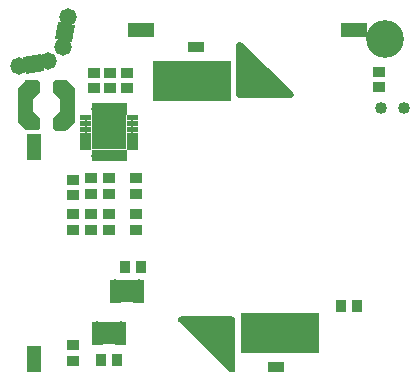
<source format=gbr>
G04 #@! TF.GenerationSoftware,KiCad,Pcbnew,(5.0.0-rc2-92-g9552e0272)*
G04 #@! TF.CreationDate,2018-06-17T01:32:07-07:00*
G04 #@! TF.ProjectId,sprite,7370726974652E6B696361645F706362,rev?*
G04 #@! TF.SameCoordinates,Original*
G04 #@! TF.FileFunction,Soldermask,Bot*
G04 #@! TF.FilePolarity,Negative*
%FSLAX46Y46*%
G04 Gerber Fmt 4.6, Leading zero omitted, Abs format (unit mm)*
G04 Created by KiCad (PCBNEW (5.0.0-rc2-92-g9552e0272)) date Sun Jun 17 01:32:07 2018*
%MOMM*%
%LPD*%
G01*
G04 APERTURE LIST*
%ADD10C,0.508000*%
%ADD11C,0.076200*%
%ADD12C,0.473200*%
%ADD13R,1.013200X1.903200*%
%ADD14R,1.103200X0.903200*%
%ADD15C,0.463200*%
%ADD16R,3.003200X3.003200*%
%ADD17R,0.903200X1.103200*%
%ADD18R,2.203200X1.203200*%
%ADD19R,1.203200X2.203200*%
%ADD20C,1.016000*%
%ADD21C,1.524000*%
%ADD22R,6.654800X3.454400*%
%ADD23R,1.473200X0.838200*%
%ADD24C,1.473200*%
%ADD25C,3.200000*%
G04 APERTURE END LIST*
D10*
G04 #@! TO.C,L1*
X122453400Y-91922600D03*
D11*
G36*
X122586198Y-94076237D02*
X122571566Y-94074796D01*
X122533108Y-94067146D01*
X122519039Y-94062878D01*
X122482820Y-94047875D01*
X122469853Y-94040944D01*
X122439244Y-94020775D01*
X122429256Y-94012790D01*
X122416394Y-94001575D01*
X121908394Y-93518975D01*
X121894851Y-93504782D01*
X121885235Y-93493660D01*
X121862618Y-93461622D01*
X121855357Y-93448837D01*
X121839429Y-93413007D01*
X121834802Y-93399051D01*
X121825870Y-93358262D01*
X121824030Y-93341750D01*
X121822800Y-93319600D01*
X121822800Y-90601800D01*
X121823763Y-90582198D01*
X121825204Y-90567566D01*
X121832854Y-90529108D01*
X121837122Y-90515039D01*
X121852125Y-90478820D01*
X121859056Y-90465853D01*
X121880838Y-90433253D01*
X121890165Y-90421888D01*
X121903346Y-90407346D01*
X122436746Y-89873946D01*
X122451288Y-89860765D01*
X122462653Y-89851438D01*
X122495253Y-89829656D01*
X122508220Y-89822725D01*
X122544439Y-89807722D01*
X122558508Y-89803454D01*
X122596966Y-89795804D01*
X122611598Y-89794363D01*
X122631200Y-89793400D01*
X123393200Y-89793400D01*
X123412802Y-89794363D01*
X123427434Y-89795804D01*
X123465892Y-89803454D01*
X123479961Y-89807722D01*
X123516180Y-89822725D01*
X123529147Y-89829656D01*
X123561747Y-89851438D01*
X123573112Y-89860765D01*
X123600835Y-89888488D01*
X123610162Y-89899853D01*
X123631944Y-89932453D01*
X123638875Y-89945420D01*
X123653878Y-89981639D01*
X123658146Y-89995708D01*
X123665796Y-90034166D01*
X123667237Y-90048798D01*
X123668200Y-90068400D01*
X123668200Y-90754200D01*
X123667237Y-90773802D01*
X123665796Y-90788434D01*
X123658146Y-90826892D01*
X123653878Y-90840961D01*
X123638875Y-90877180D01*
X123631944Y-90890147D01*
X123611563Y-90921020D01*
X123603401Y-90931194D01*
X123591926Y-90944287D01*
X123109400Y-91448746D01*
X123109400Y-92447254D01*
X123591926Y-92951713D01*
X123604779Y-92966543D01*
X123613852Y-92978113D01*
X123634905Y-93011189D01*
X123641546Y-93024306D01*
X123655744Y-93060859D01*
X123659698Y-93075020D01*
X123666309Y-93111418D01*
X123667443Y-93124412D01*
X123668200Y-93141800D01*
X123668200Y-93802200D01*
X123667237Y-93821802D01*
X123665796Y-93836434D01*
X123658146Y-93874892D01*
X123653878Y-93888961D01*
X123638875Y-93925180D01*
X123631944Y-93938147D01*
X123610162Y-93970747D01*
X123600835Y-93982112D01*
X123573112Y-94009835D01*
X123561747Y-94019162D01*
X123529147Y-94040944D01*
X123516180Y-94047875D01*
X123479961Y-94062878D01*
X123465892Y-94067146D01*
X123427434Y-94074796D01*
X123412802Y-94076237D01*
X123393200Y-94077200D01*
X122605800Y-94077200D01*
X122586198Y-94076237D01*
X122586198Y-94076237D01*
G37*
D10*
X126009400Y-91973400D03*
D11*
G36*
X125876602Y-89819763D02*
X125891234Y-89821204D01*
X125929692Y-89828854D01*
X125943761Y-89833122D01*
X125979980Y-89848125D01*
X125992947Y-89855056D01*
X126023556Y-89875225D01*
X126033544Y-89883210D01*
X126046406Y-89894425D01*
X126554406Y-90377025D01*
X126567949Y-90391218D01*
X126577565Y-90402340D01*
X126600182Y-90434378D01*
X126607443Y-90447163D01*
X126623371Y-90482993D01*
X126627998Y-90496949D01*
X126636930Y-90537738D01*
X126638770Y-90554250D01*
X126640000Y-90576400D01*
X126640000Y-93294200D01*
X126639037Y-93313802D01*
X126637596Y-93328434D01*
X126629946Y-93366892D01*
X126625678Y-93380961D01*
X126610675Y-93417180D01*
X126603744Y-93430147D01*
X126581962Y-93462747D01*
X126572635Y-93474112D01*
X126559454Y-93488654D01*
X126026054Y-94022054D01*
X126011512Y-94035235D01*
X126000147Y-94044562D01*
X125967547Y-94066344D01*
X125954580Y-94073275D01*
X125918361Y-94088278D01*
X125904292Y-94092546D01*
X125865834Y-94100196D01*
X125851202Y-94101637D01*
X125831600Y-94102600D01*
X125069600Y-94102600D01*
X125049998Y-94101637D01*
X125035366Y-94100196D01*
X124996908Y-94092546D01*
X124982839Y-94088278D01*
X124946620Y-94073275D01*
X124933653Y-94066344D01*
X124901053Y-94044562D01*
X124889688Y-94035235D01*
X124861965Y-94007512D01*
X124852638Y-93996147D01*
X124830856Y-93963547D01*
X124823925Y-93950580D01*
X124808922Y-93914361D01*
X124804654Y-93900292D01*
X124797004Y-93861834D01*
X124795563Y-93847202D01*
X124794600Y-93827600D01*
X124794600Y-93141800D01*
X124795563Y-93122198D01*
X124797004Y-93107566D01*
X124804654Y-93069108D01*
X124808922Y-93055039D01*
X124823925Y-93018820D01*
X124830856Y-93005853D01*
X124851237Y-92974980D01*
X124859399Y-92964806D01*
X124870874Y-92951713D01*
X125353400Y-92447254D01*
X125353400Y-91448746D01*
X124870874Y-90944287D01*
X124858021Y-90929457D01*
X124848948Y-90917887D01*
X124827895Y-90884811D01*
X124821254Y-90871694D01*
X124807056Y-90835141D01*
X124803102Y-90820980D01*
X124796491Y-90784582D01*
X124795357Y-90771588D01*
X124794600Y-90754200D01*
X124794600Y-90093800D01*
X124795563Y-90074198D01*
X124797004Y-90059566D01*
X124804654Y-90021108D01*
X124808922Y-90007039D01*
X124823925Y-89970820D01*
X124830856Y-89957853D01*
X124852638Y-89925253D01*
X124861965Y-89913888D01*
X124889688Y-89886165D01*
X124901053Y-89876838D01*
X124933653Y-89855056D01*
X124946620Y-89848125D01*
X124982839Y-89833122D01*
X124996908Y-89828854D01*
X125035366Y-89821204D01*
X125049998Y-89819763D01*
X125069600Y-89818800D01*
X125857000Y-89818800D01*
X125876602Y-89819763D01*
X125876602Y-89819763D01*
G37*
G04 #@! TD*
G04 #@! TO.C,U4*
G36*
X128983248Y-111765685D02*
X128988990Y-111766537D01*
X128994620Y-111767947D01*
X129000086Y-111769903D01*
X129005333Y-111772384D01*
X129010312Y-111775369D01*
X129014974Y-111778826D01*
X129019275Y-111782725D01*
X129023174Y-111787026D01*
X129026631Y-111791688D01*
X129029616Y-111796667D01*
X129032097Y-111801914D01*
X129034053Y-111807380D01*
X129035463Y-111813010D01*
X129036315Y-111818752D01*
X129036600Y-111824550D01*
X129036600Y-112179450D01*
X129036315Y-112185248D01*
X129035463Y-112190990D01*
X129034053Y-112196620D01*
X129032097Y-112202086D01*
X129029616Y-112207333D01*
X129026631Y-112212312D01*
X129023174Y-112216974D01*
X129019275Y-112221275D01*
X129014974Y-112225174D01*
X129010312Y-112228631D01*
X129005333Y-112231616D01*
X129000086Y-112234097D01*
X128994620Y-112236053D01*
X128988990Y-112237463D01*
X128983248Y-112238315D01*
X128977450Y-112238600D01*
X128132550Y-112238600D01*
X128126752Y-112238315D01*
X128121010Y-112237463D01*
X128115380Y-112236053D01*
X128109914Y-112234097D01*
X128104667Y-112231616D01*
X128099688Y-112228631D01*
X128095026Y-112225174D01*
X128090725Y-112221275D01*
X128086826Y-112216974D01*
X128083369Y-112212312D01*
X128080384Y-112207333D01*
X128077903Y-112202086D01*
X128075947Y-112196620D01*
X128074537Y-112190990D01*
X128073685Y-112185248D01*
X128073400Y-112179450D01*
X128073400Y-111824550D01*
X128073685Y-111818752D01*
X128074537Y-111813010D01*
X128075947Y-111807380D01*
X128077903Y-111801914D01*
X128080384Y-111796667D01*
X128083369Y-111791688D01*
X128086826Y-111787026D01*
X128090725Y-111782725D01*
X128095026Y-111778826D01*
X128099688Y-111775369D01*
X128104667Y-111772384D01*
X128109914Y-111769903D01*
X128115380Y-111767947D01*
X128121010Y-111766537D01*
X128126752Y-111765685D01*
X128132550Y-111765400D01*
X128977450Y-111765400D01*
X128983248Y-111765685D01*
X128983248Y-111765685D01*
G37*
D12*
X128555000Y-112002000D03*
D11*
G36*
X128983248Y-111265685D02*
X128988990Y-111266537D01*
X128994620Y-111267947D01*
X129000086Y-111269903D01*
X129005333Y-111272384D01*
X129010312Y-111275369D01*
X129014974Y-111278826D01*
X129019275Y-111282725D01*
X129023174Y-111287026D01*
X129026631Y-111291688D01*
X129029616Y-111296667D01*
X129032097Y-111301914D01*
X129034053Y-111307380D01*
X129035463Y-111313010D01*
X129036315Y-111318752D01*
X129036600Y-111324550D01*
X129036600Y-111679450D01*
X129036315Y-111685248D01*
X129035463Y-111690990D01*
X129034053Y-111696620D01*
X129032097Y-111702086D01*
X129029616Y-111707333D01*
X129026631Y-111712312D01*
X129023174Y-111716974D01*
X129019275Y-111721275D01*
X129014974Y-111725174D01*
X129010312Y-111728631D01*
X129005333Y-111731616D01*
X129000086Y-111734097D01*
X128994620Y-111736053D01*
X128988990Y-111737463D01*
X128983248Y-111738315D01*
X128977450Y-111738600D01*
X128132550Y-111738600D01*
X128126752Y-111738315D01*
X128121010Y-111737463D01*
X128115380Y-111736053D01*
X128109914Y-111734097D01*
X128104667Y-111731616D01*
X128099688Y-111728631D01*
X128095026Y-111725174D01*
X128090725Y-111721275D01*
X128086826Y-111716974D01*
X128083369Y-111712312D01*
X128080384Y-111707333D01*
X128077903Y-111702086D01*
X128075947Y-111696620D01*
X128074537Y-111690990D01*
X128073685Y-111685248D01*
X128073400Y-111679450D01*
X128073400Y-111324550D01*
X128073685Y-111318752D01*
X128074537Y-111313010D01*
X128075947Y-111307380D01*
X128077903Y-111301914D01*
X128080384Y-111296667D01*
X128083369Y-111291688D01*
X128086826Y-111287026D01*
X128090725Y-111282725D01*
X128095026Y-111278826D01*
X128099688Y-111275369D01*
X128104667Y-111272384D01*
X128109914Y-111269903D01*
X128115380Y-111267947D01*
X128121010Y-111266537D01*
X128126752Y-111265685D01*
X128132550Y-111265400D01*
X128977450Y-111265400D01*
X128983248Y-111265685D01*
X128983248Y-111265685D01*
G37*
D12*
X128555000Y-111502000D03*
D11*
G36*
X128983248Y-110765685D02*
X128988990Y-110766537D01*
X128994620Y-110767947D01*
X129000086Y-110769903D01*
X129005333Y-110772384D01*
X129010312Y-110775369D01*
X129014974Y-110778826D01*
X129019275Y-110782725D01*
X129023174Y-110787026D01*
X129026631Y-110791688D01*
X129029616Y-110796667D01*
X129032097Y-110801914D01*
X129034053Y-110807380D01*
X129035463Y-110813010D01*
X129036315Y-110818752D01*
X129036600Y-110824550D01*
X129036600Y-111179450D01*
X129036315Y-111185248D01*
X129035463Y-111190990D01*
X129034053Y-111196620D01*
X129032097Y-111202086D01*
X129029616Y-111207333D01*
X129026631Y-111212312D01*
X129023174Y-111216974D01*
X129019275Y-111221275D01*
X129014974Y-111225174D01*
X129010312Y-111228631D01*
X129005333Y-111231616D01*
X129000086Y-111234097D01*
X128994620Y-111236053D01*
X128988990Y-111237463D01*
X128983248Y-111238315D01*
X128977450Y-111238600D01*
X128132550Y-111238600D01*
X128126752Y-111238315D01*
X128121010Y-111237463D01*
X128115380Y-111236053D01*
X128109914Y-111234097D01*
X128104667Y-111231616D01*
X128099688Y-111228631D01*
X128095026Y-111225174D01*
X128090725Y-111221275D01*
X128086826Y-111216974D01*
X128083369Y-111212312D01*
X128080384Y-111207333D01*
X128077903Y-111202086D01*
X128075947Y-111196620D01*
X128074537Y-111190990D01*
X128073685Y-111185248D01*
X128073400Y-111179450D01*
X128073400Y-110824550D01*
X128073685Y-110818752D01*
X128074537Y-110813010D01*
X128075947Y-110807380D01*
X128077903Y-110801914D01*
X128080384Y-110796667D01*
X128083369Y-110791688D01*
X128086826Y-110787026D01*
X128090725Y-110782725D01*
X128095026Y-110778826D01*
X128099688Y-110775369D01*
X128104667Y-110772384D01*
X128109914Y-110769903D01*
X128115380Y-110767947D01*
X128121010Y-110766537D01*
X128126752Y-110765685D01*
X128132550Y-110765400D01*
X128977450Y-110765400D01*
X128983248Y-110765685D01*
X128983248Y-110765685D01*
G37*
D12*
X128555000Y-111002000D03*
D11*
G36*
X128983248Y-110265685D02*
X128988990Y-110266537D01*
X128994620Y-110267947D01*
X129000086Y-110269903D01*
X129005333Y-110272384D01*
X129010312Y-110275369D01*
X129014974Y-110278826D01*
X129019275Y-110282725D01*
X129023174Y-110287026D01*
X129026631Y-110291688D01*
X129029616Y-110296667D01*
X129032097Y-110301914D01*
X129034053Y-110307380D01*
X129035463Y-110313010D01*
X129036315Y-110318752D01*
X129036600Y-110324550D01*
X129036600Y-110679450D01*
X129036315Y-110685248D01*
X129035463Y-110690990D01*
X129034053Y-110696620D01*
X129032097Y-110702086D01*
X129029616Y-110707333D01*
X129026631Y-110712312D01*
X129023174Y-110716974D01*
X129019275Y-110721275D01*
X129014974Y-110725174D01*
X129010312Y-110728631D01*
X129005333Y-110731616D01*
X129000086Y-110734097D01*
X128994620Y-110736053D01*
X128988990Y-110737463D01*
X128983248Y-110738315D01*
X128977450Y-110738600D01*
X128132550Y-110738600D01*
X128126752Y-110738315D01*
X128121010Y-110737463D01*
X128115380Y-110736053D01*
X128109914Y-110734097D01*
X128104667Y-110731616D01*
X128099688Y-110728631D01*
X128095026Y-110725174D01*
X128090725Y-110721275D01*
X128086826Y-110716974D01*
X128083369Y-110712312D01*
X128080384Y-110707333D01*
X128077903Y-110702086D01*
X128075947Y-110696620D01*
X128074537Y-110690990D01*
X128073685Y-110685248D01*
X128073400Y-110679450D01*
X128073400Y-110324550D01*
X128073685Y-110318752D01*
X128074537Y-110313010D01*
X128075947Y-110307380D01*
X128077903Y-110301914D01*
X128080384Y-110296667D01*
X128083369Y-110291688D01*
X128086826Y-110287026D01*
X128090725Y-110282725D01*
X128095026Y-110278826D01*
X128099688Y-110275369D01*
X128104667Y-110272384D01*
X128109914Y-110269903D01*
X128115380Y-110267947D01*
X128121010Y-110266537D01*
X128126752Y-110265685D01*
X128132550Y-110265400D01*
X128977450Y-110265400D01*
X128983248Y-110265685D01*
X128983248Y-110265685D01*
G37*
D12*
X128555000Y-110502000D03*
D11*
G36*
X130953248Y-110265685D02*
X130958990Y-110266537D01*
X130964620Y-110267947D01*
X130970086Y-110269903D01*
X130975333Y-110272384D01*
X130980312Y-110275369D01*
X130984974Y-110278826D01*
X130989275Y-110282725D01*
X130993174Y-110287026D01*
X130996631Y-110291688D01*
X130999616Y-110296667D01*
X131002097Y-110301914D01*
X131004053Y-110307380D01*
X131005463Y-110313010D01*
X131006315Y-110318752D01*
X131006600Y-110324550D01*
X131006600Y-110679450D01*
X131006315Y-110685248D01*
X131005463Y-110690990D01*
X131004053Y-110696620D01*
X131002097Y-110702086D01*
X130999616Y-110707333D01*
X130996631Y-110712312D01*
X130993174Y-110716974D01*
X130989275Y-110721275D01*
X130984974Y-110725174D01*
X130980312Y-110728631D01*
X130975333Y-110731616D01*
X130970086Y-110734097D01*
X130964620Y-110736053D01*
X130958990Y-110737463D01*
X130953248Y-110738315D01*
X130947450Y-110738600D01*
X130102550Y-110738600D01*
X130096752Y-110738315D01*
X130091010Y-110737463D01*
X130085380Y-110736053D01*
X130079914Y-110734097D01*
X130074667Y-110731616D01*
X130069688Y-110728631D01*
X130065026Y-110725174D01*
X130060725Y-110721275D01*
X130056826Y-110716974D01*
X130053369Y-110712312D01*
X130050384Y-110707333D01*
X130047903Y-110702086D01*
X130045947Y-110696620D01*
X130044537Y-110690990D01*
X130043685Y-110685248D01*
X130043400Y-110679450D01*
X130043400Y-110324550D01*
X130043685Y-110318752D01*
X130044537Y-110313010D01*
X130045947Y-110307380D01*
X130047903Y-110301914D01*
X130050384Y-110296667D01*
X130053369Y-110291688D01*
X130056826Y-110287026D01*
X130060725Y-110282725D01*
X130065026Y-110278826D01*
X130069688Y-110275369D01*
X130074667Y-110272384D01*
X130079914Y-110269903D01*
X130085380Y-110267947D01*
X130091010Y-110266537D01*
X130096752Y-110265685D01*
X130102550Y-110265400D01*
X130947450Y-110265400D01*
X130953248Y-110265685D01*
X130953248Y-110265685D01*
G37*
D12*
X130525000Y-110502000D03*
D11*
G36*
X130953248Y-110765685D02*
X130958990Y-110766537D01*
X130964620Y-110767947D01*
X130970086Y-110769903D01*
X130975333Y-110772384D01*
X130980312Y-110775369D01*
X130984974Y-110778826D01*
X130989275Y-110782725D01*
X130993174Y-110787026D01*
X130996631Y-110791688D01*
X130999616Y-110796667D01*
X131002097Y-110801914D01*
X131004053Y-110807380D01*
X131005463Y-110813010D01*
X131006315Y-110818752D01*
X131006600Y-110824550D01*
X131006600Y-111179450D01*
X131006315Y-111185248D01*
X131005463Y-111190990D01*
X131004053Y-111196620D01*
X131002097Y-111202086D01*
X130999616Y-111207333D01*
X130996631Y-111212312D01*
X130993174Y-111216974D01*
X130989275Y-111221275D01*
X130984974Y-111225174D01*
X130980312Y-111228631D01*
X130975333Y-111231616D01*
X130970086Y-111234097D01*
X130964620Y-111236053D01*
X130958990Y-111237463D01*
X130953248Y-111238315D01*
X130947450Y-111238600D01*
X130102550Y-111238600D01*
X130096752Y-111238315D01*
X130091010Y-111237463D01*
X130085380Y-111236053D01*
X130079914Y-111234097D01*
X130074667Y-111231616D01*
X130069688Y-111228631D01*
X130065026Y-111225174D01*
X130060725Y-111221275D01*
X130056826Y-111216974D01*
X130053369Y-111212312D01*
X130050384Y-111207333D01*
X130047903Y-111202086D01*
X130045947Y-111196620D01*
X130044537Y-111190990D01*
X130043685Y-111185248D01*
X130043400Y-111179450D01*
X130043400Y-110824550D01*
X130043685Y-110818752D01*
X130044537Y-110813010D01*
X130045947Y-110807380D01*
X130047903Y-110801914D01*
X130050384Y-110796667D01*
X130053369Y-110791688D01*
X130056826Y-110787026D01*
X130060725Y-110782725D01*
X130065026Y-110778826D01*
X130069688Y-110775369D01*
X130074667Y-110772384D01*
X130079914Y-110769903D01*
X130085380Y-110767947D01*
X130091010Y-110766537D01*
X130096752Y-110765685D01*
X130102550Y-110765400D01*
X130947450Y-110765400D01*
X130953248Y-110765685D01*
X130953248Y-110765685D01*
G37*
D12*
X130525000Y-111002000D03*
D11*
G36*
X130953248Y-111265685D02*
X130958990Y-111266537D01*
X130964620Y-111267947D01*
X130970086Y-111269903D01*
X130975333Y-111272384D01*
X130980312Y-111275369D01*
X130984974Y-111278826D01*
X130989275Y-111282725D01*
X130993174Y-111287026D01*
X130996631Y-111291688D01*
X130999616Y-111296667D01*
X131002097Y-111301914D01*
X131004053Y-111307380D01*
X131005463Y-111313010D01*
X131006315Y-111318752D01*
X131006600Y-111324550D01*
X131006600Y-111679450D01*
X131006315Y-111685248D01*
X131005463Y-111690990D01*
X131004053Y-111696620D01*
X131002097Y-111702086D01*
X130999616Y-111707333D01*
X130996631Y-111712312D01*
X130993174Y-111716974D01*
X130989275Y-111721275D01*
X130984974Y-111725174D01*
X130980312Y-111728631D01*
X130975333Y-111731616D01*
X130970086Y-111734097D01*
X130964620Y-111736053D01*
X130958990Y-111737463D01*
X130953248Y-111738315D01*
X130947450Y-111738600D01*
X130102550Y-111738600D01*
X130096752Y-111738315D01*
X130091010Y-111737463D01*
X130085380Y-111736053D01*
X130079914Y-111734097D01*
X130074667Y-111731616D01*
X130069688Y-111728631D01*
X130065026Y-111725174D01*
X130060725Y-111721275D01*
X130056826Y-111716974D01*
X130053369Y-111712312D01*
X130050384Y-111707333D01*
X130047903Y-111702086D01*
X130045947Y-111696620D01*
X130044537Y-111690990D01*
X130043685Y-111685248D01*
X130043400Y-111679450D01*
X130043400Y-111324550D01*
X130043685Y-111318752D01*
X130044537Y-111313010D01*
X130045947Y-111307380D01*
X130047903Y-111301914D01*
X130050384Y-111296667D01*
X130053369Y-111291688D01*
X130056826Y-111287026D01*
X130060725Y-111282725D01*
X130065026Y-111278826D01*
X130069688Y-111275369D01*
X130074667Y-111272384D01*
X130079914Y-111269903D01*
X130085380Y-111267947D01*
X130091010Y-111266537D01*
X130096752Y-111265685D01*
X130102550Y-111265400D01*
X130947450Y-111265400D01*
X130953248Y-111265685D01*
X130953248Y-111265685D01*
G37*
D12*
X130525000Y-111502000D03*
D11*
G36*
X130953248Y-111765685D02*
X130958990Y-111766537D01*
X130964620Y-111767947D01*
X130970086Y-111769903D01*
X130975333Y-111772384D01*
X130980312Y-111775369D01*
X130984974Y-111778826D01*
X130989275Y-111782725D01*
X130993174Y-111787026D01*
X130996631Y-111791688D01*
X130999616Y-111796667D01*
X131002097Y-111801914D01*
X131004053Y-111807380D01*
X131005463Y-111813010D01*
X131006315Y-111818752D01*
X131006600Y-111824550D01*
X131006600Y-112179450D01*
X131006315Y-112185248D01*
X131005463Y-112190990D01*
X131004053Y-112196620D01*
X131002097Y-112202086D01*
X130999616Y-112207333D01*
X130996631Y-112212312D01*
X130993174Y-112216974D01*
X130989275Y-112221275D01*
X130984974Y-112225174D01*
X130980312Y-112228631D01*
X130975333Y-112231616D01*
X130970086Y-112234097D01*
X130964620Y-112236053D01*
X130958990Y-112237463D01*
X130953248Y-112238315D01*
X130947450Y-112238600D01*
X130102550Y-112238600D01*
X130096752Y-112238315D01*
X130091010Y-112237463D01*
X130085380Y-112236053D01*
X130079914Y-112234097D01*
X130074667Y-112231616D01*
X130069688Y-112228631D01*
X130065026Y-112225174D01*
X130060725Y-112221275D01*
X130056826Y-112216974D01*
X130053369Y-112212312D01*
X130050384Y-112207333D01*
X130047903Y-112202086D01*
X130045947Y-112196620D01*
X130044537Y-112190990D01*
X130043685Y-112185248D01*
X130043400Y-112179450D01*
X130043400Y-111824550D01*
X130043685Y-111818752D01*
X130044537Y-111813010D01*
X130045947Y-111807380D01*
X130047903Y-111801914D01*
X130050384Y-111796667D01*
X130053369Y-111791688D01*
X130056826Y-111787026D01*
X130060725Y-111782725D01*
X130065026Y-111778826D01*
X130069688Y-111775369D01*
X130074667Y-111772384D01*
X130079914Y-111769903D01*
X130085380Y-111767947D01*
X130091010Y-111766537D01*
X130096752Y-111765685D01*
X130102550Y-111765400D01*
X130947450Y-111765400D01*
X130953248Y-111765685D01*
X130953248Y-111765685D01*
G37*
D12*
X130525000Y-112002000D03*
D13*
X129540000Y-111252000D03*
G04 #@! TD*
D11*
G04 #@! TO.C,U7*
G36*
X132477248Y-106709685D02*
X132482990Y-106710537D01*
X132488620Y-106711947D01*
X132494086Y-106713903D01*
X132499333Y-106716384D01*
X132504312Y-106719369D01*
X132508974Y-106722826D01*
X132513275Y-106726725D01*
X132517174Y-106731026D01*
X132520631Y-106735688D01*
X132523616Y-106740667D01*
X132526097Y-106745914D01*
X132528053Y-106751380D01*
X132529463Y-106757010D01*
X132530315Y-106762752D01*
X132530600Y-106768550D01*
X132530600Y-107123450D01*
X132530315Y-107129248D01*
X132529463Y-107134990D01*
X132528053Y-107140620D01*
X132526097Y-107146086D01*
X132523616Y-107151333D01*
X132520631Y-107156312D01*
X132517174Y-107160974D01*
X132513275Y-107165275D01*
X132508974Y-107169174D01*
X132504312Y-107172631D01*
X132499333Y-107175616D01*
X132494086Y-107178097D01*
X132488620Y-107180053D01*
X132482990Y-107181463D01*
X132477248Y-107182315D01*
X132471450Y-107182600D01*
X131626550Y-107182600D01*
X131620752Y-107182315D01*
X131615010Y-107181463D01*
X131609380Y-107180053D01*
X131603914Y-107178097D01*
X131598667Y-107175616D01*
X131593688Y-107172631D01*
X131589026Y-107169174D01*
X131584725Y-107165275D01*
X131580826Y-107160974D01*
X131577369Y-107156312D01*
X131574384Y-107151333D01*
X131571903Y-107146086D01*
X131569947Y-107140620D01*
X131568537Y-107134990D01*
X131567685Y-107129248D01*
X131567400Y-107123450D01*
X131567400Y-106768550D01*
X131567685Y-106762752D01*
X131568537Y-106757010D01*
X131569947Y-106751380D01*
X131571903Y-106745914D01*
X131574384Y-106740667D01*
X131577369Y-106735688D01*
X131580826Y-106731026D01*
X131584725Y-106726725D01*
X131589026Y-106722826D01*
X131593688Y-106719369D01*
X131598667Y-106716384D01*
X131603914Y-106713903D01*
X131609380Y-106711947D01*
X131615010Y-106710537D01*
X131620752Y-106709685D01*
X131626550Y-106709400D01*
X132471450Y-106709400D01*
X132477248Y-106709685D01*
X132477248Y-106709685D01*
G37*
D12*
X132049000Y-106946000D03*
D11*
G36*
X132477248Y-107209685D02*
X132482990Y-107210537D01*
X132488620Y-107211947D01*
X132494086Y-107213903D01*
X132499333Y-107216384D01*
X132504312Y-107219369D01*
X132508974Y-107222826D01*
X132513275Y-107226725D01*
X132517174Y-107231026D01*
X132520631Y-107235688D01*
X132523616Y-107240667D01*
X132526097Y-107245914D01*
X132528053Y-107251380D01*
X132529463Y-107257010D01*
X132530315Y-107262752D01*
X132530600Y-107268550D01*
X132530600Y-107623450D01*
X132530315Y-107629248D01*
X132529463Y-107634990D01*
X132528053Y-107640620D01*
X132526097Y-107646086D01*
X132523616Y-107651333D01*
X132520631Y-107656312D01*
X132517174Y-107660974D01*
X132513275Y-107665275D01*
X132508974Y-107669174D01*
X132504312Y-107672631D01*
X132499333Y-107675616D01*
X132494086Y-107678097D01*
X132488620Y-107680053D01*
X132482990Y-107681463D01*
X132477248Y-107682315D01*
X132471450Y-107682600D01*
X131626550Y-107682600D01*
X131620752Y-107682315D01*
X131615010Y-107681463D01*
X131609380Y-107680053D01*
X131603914Y-107678097D01*
X131598667Y-107675616D01*
X131593688Y-107672631D01*
X131589026Y-107669174D01*
X131584725Y-107665275D01*
X131580826Y-107660974D01*
X131577369Y-107656312D01*
X131574384Y-107651333D01*
X131571903Y-107646086D01*
X131569947Y-107640620D01*
X131568537Y-107634990D01*
X131567685Y-107629248D01*
X131567400Y-107623450D01*
X131567400Y-107268550D01*
X131567685Y-107262752D01*
X131568537Y-107257010D01*
X131569947Y-107251380D01*
X131571903Y-107245914D01*
X131574384Y-107240667D01*
X131577369Y-107235688D01*
X131580826Y-107231026D01*
X131584725Y-107226725D01*
X131589026Y-107222826D01*
X131593688Y-107219369D01*
X131598667Y-107216384D01*
X131603914Y-107213903D01*
X131609380Y-107211947D01*
X131615010Y-107210537D01*
X131620752Y-107209685D01*
X131626550Y-107209400D01*
X132471450Y-107209400D01*
X132477248Y-107209685D01*
X132477248Y-107209685D01*
G37*
D12*
X132049000Y-107446000D03*
D11*
G36*
X132477248Y-107709685D02*
X132482990Y-107710537D01*
X132488620Y-107711947D01*
X132494086Y-107713903D01*
X132499333Y-107716384D01*
X132504312Y-107719369D01*
X132508974Y-107722826D01*
X132513275Y-107726725D01*
X132517174Y-107731026D01*
X132520631Y-107735688D01*
X132523616Y-107740667D01*
X132526097Y-107745914D01*
X132528053Y-107751380D01*
X132529463Y-107757010D01*
X132530315Y-107762752D01*
X132530600Y-107768550D01*
X132530600Y-108123450D01*
X132530315Y-108129248D01*
X132529463Y-108134990D01*
X132528053Y-108140620D01*
X132526097Y-108146086D01*
X132523616Y-108151333D01*
X132520631Y-108156312D01*
X132517174Y-108160974D01*
X132513275Y-108165275D01*
X132508974Y-108169174D01*
X132504312Y-108172631D01*
X132499333Y-108175616D01*
X132494086Y-108178097D01*
X132488620Y-108180053D01*
X132482990Y-108181463D01*
X132477248Y-108182315D01*
X132471450Y-108182600D01*
X131626550Y-108182600D01*
X131620752Y-108182315D01*
X131615010Y-108181463D01*
X131609380Y-108180053D01*
X131603914Y-108178097D01*
X131598667Y-108175616D01*
X131593688Y-108172631D01*
X131589026Y-108169174D01*
X131584725Y-108165275D01*
X131580826Y-108160974D01*
X131577369Y-108156312D01*
X131574384Y-108151333D01*
X131571903Y-108146086D01*
X131569947Y-108140620D01*
X131568537Y-108134990D01*
X131567685Y-108129248D01*
X131567400Y-108123450D01*
X131567400Y-107768550D01*
X131567685Y-107762752D01*
X131568537Y-107757010D01*
X131569947Y-107751380D01*
X131571903Y-107745914D01*
X131574384Y-107740667D01*
X131577369Y-107735688D01*
X131580826Y-107731026D01*
X131584725Y-107726725D01*
X131589026Y-107722826D01*
X131593688Y-107719369D01*
X131598667Y-107716384D01*
X131603914Y-107713903D01*
X131609380Y-107711947D01*
X131615010Y-107710537D01*
X131620752Y-107709685D01*
X131626550Y-107709400D01*
X132471450Y-107709400D01*
X132477248Y-107709685D01*
X132477248Y-107709685D01*
G37*
D12*
X132049000Y-107946000D03*
D11*
G36*
X132477248Y-108209685D02*
X132482990Y-108210537D01*
X132488620Y-108211947D01*
X132494086Y-108213903D01*
X132499333Y-108216384D01*
X132504312Y-108219369D01*
X132508974Y-108222826D01*
X132513275Y-108226725D01*
X132517174Y-108231026D01*
X132520631Y-108235688D01*
X132523616Y-108240667D01*
X132526097Y-108245914D01*
X132528053Y-108251380D01*
X132529463Y-108257010D01*
X132530315Y-108262752D01*
X132530600Y-108268550D01*
X132530600Y-108623450D01*
X132530315Y-108629248D01*
X132529463Y-108634990D01*
X132528053Y-108640620D01*
X132526097Y-108646086D01*
X132523616Y-108651333D01*
X132520631Y-108656312D01*
X132517174Y-108660974D01*
X132513275Y-108665275D01*
X132508974Y-108669174D01*
X132504312Y-108672631D01*
X132499333Y-108675616D01*
X132494086Y-108678097D01*
X132488620Y-108680053D01*
X132482990Y-108681463D01*
X132477248Y-108682315D01*
X132471450Y-108682600D01*
X131626550Y-108682600D01*
X131620752Y-108682315D01*
X131615010Y-108681463D01*
X131609380Y-108680053D01*
X131603914Y-108678097D01*
X131598667Y-108675616D01*
X131593688Y-108672631D01*
X131589026Y-108669174D01*
X131584725Y-108665275D01*
X131580826Y-108660974D01*
X131577369Y-108656312D01*
X131574384Y-108651333D01*
X131571903Y-108646086D01*
X131569947Y-108640620D01*
X131568537Y-108634990D01*
X131567685Y-108629248D01*
X131567400Y-108623450D01*
X131567400Y-108268550D01*
X131567685Y-108262752D01*
X131568537Y-108257010D01*
X131569947Y-108251380D01*
X131571903Y-108245914D01*
X131574384Y-108240667D01*
X131577369Y-108235688D01*
X131580826Y-108231026D01*
X131584725Y-108226725D01*
X131589026Y-108222826D01*
X131593688Y-108219369D01*
X131598667Y-108216384D01*
X131603914Y-108213903D01*
X131609380Y-108211947D01*
X131615010Y-108210537D01*
X131620752Y-108209685D01*
X131626550Y-108209400D01*
X132471450Y-108209400D01*
X132477248Y-108209685D01*
X132477248Y-108209685D01*
G37*
D12*
X132049000Y-108446000D03*
D11*
G36*
X130507248Y-108209685D02*
X130512990Y-108210537D01*
X130518620Y-108211947D01*
X130524086Y-108213903D01*
X130529333Y-108216384D01*
X130534312Y-108219369D01*
X130538974Y-108222826D01*
X130543275Y-108226725D01*
X130547174Y-108231026D01*
X130550631Y-108235688D01*
X130553616Y-108240667D01*
X130556097Y-108245914D01*
X130558053Y-108251380D01*
X130559463Y-108257010D01*
X130560315Y-108262752D01*
X130560600Y-108268550D01*
X130560600Y-108623450D01*
X130560315Y-108629248D01*
X130559463Y-108634990D01*
X130558053Y-108640620D01*
X130556097Y-108646086D01*
X130553616Y-108651333D01*
X130550631Y-108656312D01*
X130547174Y-108660974D01*
X130543275Y-108665275D01*
X130538974Y-108669174D01*
X130534312Y-108672631D01*
X130529333Y-108675616D01*
X130524086Y-108678097D01*
X130518620Y-108680053D01*
X130512990Y-108681463D01*
X130507248Y-108682315D01*
X130501450Y-108682600D01*
X129656550Y-108682600D01*
X129650752Y-108682315D01*
X129645010Y-108681463D01*
X129639380Y-108680053D01*
X129633914Y-108678097D01*
X129628667Y-108675616D01*
X129623688Y-108672631D01*
X129619026Y-108669174D01*
X129614725Y-108665275D01*
X129610826Y-108660974D01*
X129607369Y-108656312D01*
X129604384Y-108651333D01*
X129601903Y-108646086D01*
X129599947Y-108640620D01*
X129598537Y-108634990D01*
X129597685Y-108629248D01*
X129597400Y-108623450D01*
X129597400Y-108268550D01*
X129597685Y-108262752D01*
X129598537Y-108257010D01*
X129599947Y-108251380D01*
X129601903Y-108245914D01*
X129604384Y-108240667D01*
X129607369Y-108235688D01*
X129610826Y-108231026D01*
X129614725Y-108226725D01*
X129619026Y-108222826D01*
X129623688Y-108219369D01*
X129628667Y-108216384D01*
X129633914Y-108213903D01*
X129639380Y-108211947D01*
X129645010Y-108210537D01*
X129650752Y-108209685D01*
X129656550Y-108209400D01*
X130501450Y-108209400D01*
X130507248Y-108209685D01*
X130507248Y-108209685D01*
G37*
D12*
X130079000Y-108446000D03*
D11*
G36*
X130507248Y-107709685D02*
X130512990Y-107710537D01*
X130518620Y-107711947D01*
X130524086Y-107713903D01*
X130529333Y-107716384D01*
X130534312Y-107719369D01*
X130538974Y-107722826D01*
X130543275Y-107726725D01*
X130547174Y-107731026D01*
X130550631Y-107735688D01*
X130553616Y-107740667D01*
X130556097Y-107745914D01*
X130558053Y-107751380D01*
X130559463Y-107757010D01*
X130560315Y-107762752D01*
X130560600Y-107768550D01*
X130560600Y-108123450D01*
X130560315Y-108129248D01*
X130559463Y-108134990D01*
X130558053Y-108140620D01*
X130556097Y-108146086D01*
X130553616Y-108151333D01*
X130550631Y-108156312D01*
X130547174Y-108160974D01*
X130543275Y-108165275D01*
X130538974Y-108169174D01*
X130534312Y-108172631D01*
X130529333Y-108175616D01*
X130524086Y-108178097D01*
X130518620Y-108180053D01*
X130512990Y-108181463D01*
X130507248Y-108182315D01*
X130501450Y-108182600D01*
X129656550Y-108182600D01*
X129650752Y-108182315D01*
X129645010Y-108181463D01*
X129639380Y-108180053D01*
X129633914Y-108178097D01*
X129628667Y-108175616D01*
X129623688Y-108172631D01*
X129619026Y-108169174D01*
X129614725Y-108165275D01*
X129610826Y-108160974D01*
X129607369Y-108156312D01*
X129604384Y-108151333D01*
X129601903Y-108146086D01*
X129599947Y-108140620D01*
X129598537Y-108134990D01*
X129597685Y-108129248D01*
X129597400Y-108123450D01*
X129597400Y-107768550D01*
X129597685Y-107762752D01*
X129598537Y-107757010D01*
X129599947Y-107751380D01*
X129601903Y-107745914D01*
X129604384Y-107740667D01*
X129607369Y-107735688D01*
X129610826Y-107731026D01*
X129614725Y-107726725D01*
X129619026Y-107722826D01*
X129623688Y-107719369D01*
X129628667Y-107716384D01*
X129633914Y-107713903D01*
X129639380Y-107711947D01*
X129645010Y-107710537D01*
X129650752Y-107709685D01*
X129656550Y-107709400D01*
X130501450Y-107709400D01*
X130507248Y-107709685D01*
X130507248Y-107709685D01*
G37*
D12*
X130079000Y-107946000D03*
D11*
G36*
X130507248Y-107209685D02*
X130512990Y-107210537D01*
X130518620Y-107211947D01*
X130524086Y-107213903D01*
X130529333Y-107216384D01*
X130534312Y-107219369D01*
X130538974Y-107222826D01*
X130543275Y-107226725D01*
X130547174Y-107231026D01*
X130550631Y-107235688D01*
X130553616Y-107240667D01*
X130556097Y-107245914D01*
X130558053Y-107251380D01*
X130559463Y-107257010D01*
X130560315Y-107262752D01*
X130560600Y-107268550D01*
X130560600Y-107623450D01*
X130560315Y-107629248D01*
X130559463Y-107634990D01*
X130558053Y-107640620D01*
X130556097Y-107646086D01*
X130553616Y-107651333D01*
X130550631Y-107656312D01*
X130547174Y-107660974D01*
X130543275Y-107665275D01*
X130538974Y-107669174D01*
X130534312Y-107672631D01*
X130529333Y-107675616D01*
X130524086Y-107678097D01*
X130518620Y-107680053D01*
X130512990Y-107681463D01*
X130507248Y-107682315D01*
X130501450Y-107682600D01*
X129656550Y-107682600D01*
X129650752Y-107682315D01*
X129645010Y-107681463D01*
X129639380Y-107680053D01*
X129633914Y-107678097D01*
X129628667Y-107675616D01*
X129623688Y-107672631D01*
X129619026Y-107669174D01*
X129614725Y-107665275D01*
X129610826Y-107660974D01*
X129607369Y-107656312D01*
X129604384Y-107651333D01*
X129601903Y-107646086D01*
X129599947Y-107640620D01*
X129598537Y-107634990D01*
X129597685Y-107629248D01*
X129597400Y-107623450D01*
X129597400Y-107268550D01*
X129597685Y-107262752D01*
X129598537Y-107257010D01*
X129599947Y-107251380D01*
X129601903Y-107245914D01*
X129604384Y-107240667D01*
X129607369Y-107235688D01*
X129610826Y-107231026D01*
X129614725Y-107226725D01*
X129619026Y-107222826D01*
X129623688Y-107219369D01*
X129628667Y-107216384D01*
X129633914Y-107213903D01*
X129639380Y-107211947D01*
X129645010Y-107210537D01*
X129650752Y-107209685D01*
X129656550Y-107209400D01*
X130501450Y-107209400D01*
X130507248Y-107209685D01*
X130507248Y-107209685D01*
G37*
D12*
X130079000Y-107446000D03*
D11*
G36*
X130507248Y-106709685D02*
X130512990Y-106710537D01*
X130518620Y-106711947D01*
X130524086Y-106713903D01*
X130529333Y-106716384D01*
X130534312Y-106719369D01*
X130538974Y-106722826D01*
X130543275Y-106726725D01*
X130547174Y-106731026D01*
X130550631Y-106735688D01*
X130553616Y-106740667D01*
X130556097Y-106745914D01*
X130558053Y-106751380D01*
X130559463Y-106757010D01*
X130560315Y-106762752D01*
X130560600Y-106768550D01*
X130560600Y-107123450D01*
X130560315Y-107129248D01*
X130559463Y-107134990D01*
X130558053Y-107140620D01*
X130556097Y-107146086D01*
X130553616Y-107151333D01*
X130550631Y-107156312D01*
X130547174Y-107160974D01*
X130543275Y-107165275D01*
X130538974Y-107169174D01*
X130534312Y-107172631D01*
X130529333Y-107175616D01*
X130524086Y-107178097D01*
X130518620Y-107180053D01*
X130512990Y-107181463D01*
X130507248Y-107182315D01*
X130501450Y-107182600D01*
X129656550Y-107182600D01*
X129650752Y-107182315D01*
X129645010Y-107181463D01*
X129639380Y-107180053D01*
X129633914Y-107178097D01*
X129628667Y-107175616D01*
X129623688Y-107172631D01*
X129619026Y-107169174D01*
X129614725Y-107165275D01*
X129610826Y-107160974D01*
X129607369Y-107156312D01*
X129604384Y-107151333D01*
X129601903Y-107146086D01*
X129599947Y-107140620D01*
X129598537Y-107134990D01*
X129597685Y-107129248D01*
X129597400Y-107123450D01*
X129597400Y-106768550D01*
X129597685Y-106762752D01*
X129598537Y-106757010D01*
X129599947Y-106751380D01*
X129601903Y-106745914D01*
X129604384Y-106740667D01*
X129607369Y-106735688D01*
X129610826Y-106731026D01*
X129614725Y-106726725D01*
X129619026Y-106722826D01*
X129623688Y-106719369D01*
X129628667Y-106716384D01*
X129633914Y-106713903D01*
X129639380Y-106711947D01*
X129645010Y-106710537D01*
X129650752Y-106709685D01*
X129656550Y-106709400D01*
X130501450Y-106709400D01*
X130507248Y-106709685D01*
X130507248Y-106709685D01*
G37*
D12*
X130079000Y-106946000D03*
D13*
X131064000Y-107696000D03*
G04 #@! TD*
D14*
G04 #@! TO.C,R17*
X126492000Y-101204000D03*
X126492000Y-102504000D03*
G04 #@! TD*
G04 #@! TO.C,R20*
X129540000Y-102504000D03*
X129540000Y-101204000D03*
G04 #@! TD*
D11*
G04 #@! TO.C,U5*
G36*
X131988077Y-95270552D02*
X131989651Y-95270786D01*
X131991194Y-95271172D01*
X131992692Y-95271708D01*
X131994130Y-95272388D01*
X131995495Y-95273206D01*
X131996773Y-95274154D01*
X131997952Y-95275222D01*
X131999020Y-95276401D01*
X131999968Y-95277679D01*
X132000786Y-95279044D01*
X132001466Y-95280482D01*
X132002002Y-95281980D01*
X132002388Y-95283523D01*
X132002622Y-95285097D01*
X132002700Y-95286686D01*
X132002700Y-95717462D01*
X132002622Y-95719051D01*
X132002388Y-95720625D01*
X132002002Y-95722168D01*
X132001466Y-95723666D01*
X132000786Y-95725104D01*
X131999968Y-95726469D01*
X131999020Y-95727747D01*
X131997952Y-95728926D01*
X131996773Y-95729994D01*
X131995495Y-95730942D01*
X131994130Y-95731760D01*
X131992692Y-95732440D01*
X131991194Y-95732976D01*
X131989651Y-95733362D01*
X131988077Y-95733596D01*
X131986488Y-95733674D01*
X131055712Y-95733674D01*
X131054123Y-95733596D01*
X131052549Y-95733362D01*
X131051006Y-95732976D01*
X131049508Y-95732440D01*
X131048070Y-95731760D01*
X131046705Y-95730942D01*
X131045427Y-95729994D01*
X131044248Y-95728926D01*
X131043180Y-95727747D01*
X131042232Y-95726469D01*
X131041414Y-95725104D01*
X131040734Y-95723666D01*
X131040198Y-95722168D01*
X131039812Y-95720625D01*
X131039578Y-95719051D01*
X131039500Y-95717462D01*
X131039500Y-95286686D01*
X131039578Y-95285097D01*
X131039812Y-95283523D01*
X131040198Y-95281980D01*
X131040734Y-95280482D01*
X131041414Y-95279044D01*
X131042232Y-95277679D01*
X131043180Y-95276401D01*
X131044248Y-95275222D01*
X131045427Y-95274154D01*
X131046705Y-95273206D01*
X131048070Y-95272388D01*
X131049508Y-95271708D01*
X131051006Y-95271172D01*
X131052549Y-95270786D01*
X131054123Y-95270552D01*
X131055712Y-95270474D01*
X131986488Y-95270474D01*
X131988077Y-95270552D01*
X131988077Y-95270552D01*
G37*
D15*
X131521100Y-95502074D03*
D11*
G36*
X131988077Y-94770552D02*
X131989651Y-94770786D01*
X131991194Y-94771172D01*
X131992692Y-94771708D01*
X131994130Y-94772388D01*
X131995495Y-94773206D01*
X131996773Y-94774154D01*
X131997952Y-94775222D01*
X131999020Y-94776401D01*
X131999968Y-94777679D01*
X132000786Y-94779044D01*
X132001466Y-94780482D01*
X132002002Y-94781980D01*
X132002388Y-94783523D01*
X132002622Y-94785097D01*
X132002700Y-94786686D01*
X132002700Y-95217462D01*
X132002622Y-95219051D01*
X132002388Y-95220625D01*
X132002002Y-95222168D01*
X132001466Y-95223666D01*
X132000786Y-95225104D01*
X131999968Y-95226469D01*
X131999020Y-95227747D01*
X131997952Y-95228926D01*
X131996773Y-95229994D01*
X131995495Y-95230942D01*
X131994130Y-95231760D01*
X131992692Y-95232440D01*
X131991194Y-95232976D01*
X131989651Y-95233362D01*
X131988077Y-95233596D01*
X131986488Y-95233674D01*
X131055712Y-95233674D01*
X131054123Y-95233596D01*
X131052549Y-95233362D01*
X131051006Y-95232976D01*
X131049508Y-95232440D01*
X131048070Y-95231760D01*
X131046705Y-95230942D01*
X131045427Y-95229994D01*
X131044248Y-95228926D01*
X131043180Y-95227747D01*
X131042232Y-95226469D01*
X131041414Y-95225104D01*
X131040734Y-95223666D01*
X131040198Y-95222168D01*
X131039812Y-95220625D01*
X131039578Y-95219051D01*
X131039500Y-95217462D01*
X131039500Y-94786686D01*
X131039578Y-94785097D01*
X131039812Y-94783523D01*
X131040198Y-94781980D01*
X131040734Y-94780482D01*
X131041414Y-94779044D01*
X131042232Y-94777679D01*
X131043180Y-94776401D01*
X131044248Y-94775222D01*
X131045427Y-94774154D01*
X131046705Y-94773206D01*
X131048070Y-94772388D01*
X131049508Y-94771708D01*
X131051006Y-94771172D01*
X131052549Y-94770786D01*
X131054123Y-94770552D01*
X131055712Y-94770474D01*
X131986488Y-94770474D01*
X131988077Y-94770552D01*
X131988077Y-94770552D01*
G37*
D15*
X131521100Y-95002074D03*
D11*
G36*
X131988077Y-94270552D02*
X131989651Y-94270786D01*
X131991194Y-94271172D01*
X131992692Y-94271708D01*
X131994130Y-94272388D01*
X131995495Y-94273206D01*
X131996773Y-94274154D01*
X131997952Y-94275222D01*
X131999020Y-94276401D01*
X131999968Y-94277679D01*
X132000786Y-94279044D01*
X132001466Y-94280482D01*
X132002002Y-94281980D01*
X132002388Y-94283523D01*
X132002622Y-94285097D01*
X132002700Y-94286686D01*
X132002700Y-94717462D01*
X132002622Y-94719051D01*
X132002388Y-94720625D01*
X132002002Y-94722168D01*
X132001466Y-94723666D01*
X132000786Y-94725104D01*
X131999968Y-94726469D01*
X131999020Y-94727747D01*
X131997952Y-94728926D01*
X131996773Y-94729994D01*
X131995495Y-94730942D01*
X131994130Y-94731760D01*
X131992692Y-94732440D01*
X131991194Y-94732976D01*
X131989651Y-94733362D01*
X131988077Y-94733596D01*
X131986488Y-94733674D01*
X131055712Y-94733674D01*
X131054123Y-94733596D01*
X131052549Y-94733362D01*
X131051006Y-94732976D01*
X131049508Y-94732440D01*
X131048070Y-94731760D01*
X131046705Y-94730942D01*
X131045427Y-94729994D01*
X131044248Y-94728926D01*
X131043180Y-94727747D01*
X131042232Y-94726469D01*
X131041414Y-94725104D01*
X131040734Y-94723666D01*
X131040198Y-94722168D01*
X131039812Y-94720625D01*
X131039578Y-94719051D01*
X131039500Y-94717462D01*
X131039500Y-94286686D01*
X131039578Y-94285097D01*
X131039812Y-94283523D01*
X131040198Y-94281980D01*
X131040734Y-94280482D01*
X131041414Y-94279044D01*
X131042232Y-94277679D01*
X131043180Y-94276401D01*
X131044248Y-94275222D01*
X131045427Y-94274154D01*
X131046705Y-94273206D01*
X131048070Y-94272388D01*
X131049508Y-94271708D01*
X131051006Y-94271172D01*
X131052549Y-94270786D01*
X131054123Y-94270552D01*
X131055712Y-94270474D01*
X131986488Y-94270474D01*
X131988077Y-94270552D01*
X131988077Y-94270552D01*
G37*
D15*
X131521100Y-94502074D03*
D11*
G36*
X131988077Y-93770552D02*
X131989651Y-93770786D01*
X131991194Y-93771172D01*
X131992692Y-93771708D01*
X131994130Y-93772388D01*
X131995495Y-93773206D01*
X131996773Y-93774154D01*
X131997952Y-93775222D01*
X131999020Y-93776401D01*
X131999968Y-93777679D01*
X132000786Y-93779044D01*
X132001466Y-93780482D01*
X132002002Y-93781980D01*
X132002388Y-93783523D01*
X132002622Y-93785097D01*
X132002700Y-93786686D01*
X132002700Y-94217462D01*
X132002622Y-94219051D01*
X132002388Y-94220625D01*
X132002002Y-94222168D01*
X132001466Y-94223666D01*
X132000786Y-94225104D01*
X131999968Y-94226469D01*
X131999020Y-94227747D01*
X131997952Y-94228926D01*
X131996773Y-94229994D01*
X131995495Y-94230942D01*
X131994130Y-94231760D01*
X131992692Y-94232440D01*
X131991194Y-94232976D01*
X131989651Y-94233362D01*
X131988077Y-94233596D01*
X131986488Y-94233674D01*
X131055712Y-94233674D01*
X131054123Y-94233596D01*
X131052549Y-94233362D01*
X131051006Y-94232976D01*
X131049508Y-94232440D01*
X131048070Y-94231760D01*
X131046705Y-94230942D01*
X131045427Y-94229994D01*
X131044248Y-94228926D01*
X131043180Y-94227747D01*
X131042232Y-94226469D01*
X131041414Y-94225104D01*
X131040734Y-94223666D01*
X131040198Y-94222168D01*
X131039812Y-94220625D01*
X131039578Y-94219051D01*
X131039500Y-94217462D01*
X131039500Y-93786686D01*
X131039578Y-93785097D01*
X131039812Y-93783523D01*
X131040198Y-93781980D01*
X131040734Y-93780482D01*
X131041414Y-93779044D01*
X131042232Y-93777679D01*
X131043180Y-93776401D01*
X131044248Y-93775222D01*
X131045427Y-93774154D01*
X131046705Y-93773206D01*
X131048070Y-93772388D01*
X131049508Y-93771708D01*
X131051006Y-93771172D01*
X131052549Y-93770786D01*
X131054123Y-93770552D01*
X131055712Y-93770474D01*
X131986488Y-93770474D01*
X131988077Y-93770552D01*
X131988077Y-93770552D01*
G37*
D15*
X131521100Y-94002074D03*
D11*
G36*
X131988077Y-93270552D02*
X131989651Y-93270786D01*
X131991194Y-93271172D01*
X131992692Y-93271708D01*
X131994130Y-93272388D01*
X131995495Y-93273206D01*
X131996773Y-93274154D01*
X131997952Y-93275222D01*
X131999020Y-93276401D01*
X131999968Y-93277679D01*
X132000786Y-93279044D01*
X132001466Y-93280482D01*
X132002002Y-93281980D01*
X132002388Y-93283523D01*
X132002622Y-93285097D01*
X132002700Y-93286686D01*
X132002700Y-93717462D01*
X132002622Y-93719051D01*
X132002388Y-93720625D01*
X132002002Y-93722168D01*
X132001466Y-93723666D01*
X132000786Y-93725104D01*
X131999968Y-93726469D01*
X131999020Y-93727747D01*
X131997952Y-93728926D01*
X131996773Y-93729994D01*
X131995495Y-93730942D01*
X131994130Y-93731760D01*
X131992692Y-93732440D01*
X131991194Y-93732976D01*
X131989651Y-93733362D01*
X131988077Y-93733596D01*
X131986488Y-93733674D01*
X131055712Y-93733674D01*
X131054123Y-93733596D01*
X131052549Y-93733362D01*
X131051006Y-93732976D01*
X131049508Y-93732440D01*
X131048070Y-93731760D01*
X131046705Y-93730942D01*
X131045427Y-93729994D01*
X131044248Y-93728926D01*
X131043180Y-93727747D01*
X131042232Y-93726469D01*
X131041414Y-93725104D01*
X131040734Y-93723666D01*
X131040198Y-93722168D01*
X131039812Y-93720625D01*
X131039578Y-93719051D01*
X131039500Y-93717462D01*
X131039500Y-93286686D01*
X131039578Y-93285097D01*
X131039812Y-93283523D01*
X131040198Y-93281980D01*
X131040734Y-93280482D01*
X131041414Y-93279044D01*
X131042232Y-93277679D01*
X131043180Y-93276401D01*
X131044248Y-93275222D01*
X131045427Y-93274154D01*
X131046705Y-93273206D01*
X131048070Y-93272388D01*
X131049508Y-93271708D01*
X131051006Y-93271172D01*
X131052549Y-93270786D01*
X131054123Y-93270552D01*
X131055712Y-93270474D01*
X131986488Y-93270474D01*
X131988077Y-93270552D01*
X131988077Y-93270552D01*
G37*
D15*
X131521100Y-93502074D03*
D11*
G36*
X131988077Y-92770552D02*
X131989651Y-92770786D01*
X131991194Y-92771172D01*
X131992692Y-92771708D01*
X131994130Y-92772388D01*
X131995495Y-92773206D01*
X131996773Y-92774154D01*
X131997952Y-92775222D01*
X131999020Y-92776401D01*
X131999968Y-92777679D01*
X132000786Y-92779044D01*
X132001466Y-92780482D01*
X132002002Y-92781980D01*
X132002388Y-92783523D01*
X132002622Y-92785097D01*
X132002700Y-92786686D01*
X132002700Y-93217462D01*
X132002622Y-93219051D01*
X132002388Y-93220625D01*
X132002002Y-93222168D01*
X132001466Y-93223666D01*
X132000786Y-93225104D01*
X131999968Y-93226469D01*
X131999020Y-93227747D01*
X131997952Y-93228926D01*
X131996773Y-93229994D01*
X131995495Y-93230942D01*
X131994130Y-93231760D01*
X131992692Y-93232440D01*
X131991194Y-93232976D01*
X131989651Y-93233362D01*
X131988077Y-93233596D01*
X131986488Y-93233674D01*
X131055712Y-93233674D01*
X131054123Y-93233596D01*
X131052549Y-93233362D01*
X131051006Y-93232976D01*
X131049508Y-93232440D01*
X131048070Y-93231760D01*
X131046705Y-93230942D01*
X131045427Y-93229994D01*
X131044248Y-93228926D01*
X131043180Y-93227747D01*
X131042232Y-93226469D01*
X131041414Y-93225104D01*
X131040734Y-93223666D01*
X131040198Y-93222168D01*
X131039812Y-93220625D01*
X131039578Y-93219051D01*
X131039500Y-93217462D01*
X131039500Y-92786686D01*
X131039578Y-92785097D01*
X131039812Y-92783523D01*
X131040198Y-92781980D01*
X131040734Y-92780482D01*
X131041414Y-92779044D01*
X131042232Y-92777679D01*
X131043180Y-92776401D01*
X131044248Y-92775222D01*
X131045427Y-92774154D01*
X131046705Y-92773206D01*
X131048070Y-92772388D01*
X131049508Y-92771708D01*
X131051006Y-92771172D01*
X131052549Y-92770786D01*
X131054123Y-92770552D01*
X131055712Y-92770474D01*
X131986488Y-92770474D01*
X131988077Y-92770552D01*
X131988077Y-92770552D01*
G37*
D15*
X131521100Y-93002074D03*
D11*
G36*
X131008077Y-91790552D02*
X131009651Y-91790786D01*
X131011194Y-91791172D01*
X131012692Y-91791708D01*
X131014130Y-91792388D01*
X131015495Y-91793206D01*
X131016773Y-91794154D01*
X131017952Y-91795222D01*
X131019020Y-91796401D01*
X131019968Y-91797679D01*
X131020786Y-91799044D01*
X131021466Y-91800482D01*
X131022002Y-91801980D01*
X131022388Y-91803523D01*
X131022622Y-91805097D01*
X131022700Y-91806686D01*
X131022700Y-92737462D01*
X131022622Y-92739051D01*
X131022388Y-92740625D01*
X131022002Y-92742168D01*
X131021466Y-92743666D01*
X131020786Y-92745104D01*
X131019968Y-92746469D01*
X131019020Y-92747747D01*
X131017952Y-92748926D01*
X131016773Y-92749994D01*
X131015495Y-92750942D01*
X131014130Y-92751760D01*
X131012692Y-92752440D01*
X131011194Y-92752976D01*
X131009651Y-92753362D01*
X131008077Y-92753596D01*
X131006488Y-92753674D01*
X130575712Y-92753674D01*
X130574123Y-92753596D01*
X130572549Y-92753362D01*
X130571006Y-92752976D01*
X130569508Y-92752440D01*
X130568070Y-92751760D01*
X130566705Y-92750942D01*
X130565427Y-92749994D01*
X130564248Y-92748926D01*
X130563180Y-92747747D01*
X130562232Y-92746469D01*
X130561414Y-92745104D01*
X130560734Y-92743666D01*
X130560198Y-92742168D01*
X130559812Y-92740625D01*
X130559578Y-92739051D01*
X130559500Y-92737462D01*
X130559500Y-91806686D01*
X130559578Y-91805097D01*
X130559812Y-91803523D01*
X130560198Y-91801980D01*
X130560734Y-91800482D01*
X130561414Y-91799044D01*
X130562232Y-91797679D01*
X130563180Y-91796401D01*
X130564248Y-91795222D01*
X130565427Y-91794154D01*
X130566705Y-91793206D01*
X130568070Y-91792388D01*
X130569508Y-91791708D01*
X130571006Y-91791172D01*
X130572549Y-91790786D01*
X130574123Y-91790552D01*
X130575712Y-91790474D01*
X131006488Y-91790474D01*
X131008077Y-91790552D01*
X131008077Y-91790552D01*
G37*
D15*
X130791100Y-92272074D03*
D11*
G36*
X130508077Y-91790552D02*
X130509651Y-91790786D01*
X130511194Y-91791172D01*
X130512692Y-91791708D01*
X130514130Y-91792388D01*
X130515495Y-91793206D01*
X130516773Y-91794154D01*
X130517952Y-91795222D01*
X130519020Y-91796401D01*
X130519968Y-91797679D01*
X130520786Y-91799044D01*
X130521466Y-91800482D01*
X130522002Y-91801980D01*
X130522388Y-91803523D01*
X130522622Y-91805097D01*
X130522700Y-91806686D01*
X130522700Y-92737462D01*
X130522622Y-92739051D01*
X130522388Y-92740625D01*
X130522002Y-92742168D01*
X130521466Y-92743666D01*
X130520786Y-92745104D01*
X130519968Y-92746469D01*
X130519020Y-92747747D01*
X130517952Y-92748926D01*
X130516773Y-92749994D01*
X130515495Y-92750942D01*
X130514130Y-92751760D01*
X130512692Y-92752440D01*
X130511194Y-92752976D01*
X130509651Y-92753362D01*
X130508077Y-92753596D01*
X130506488Y-92753674D01*
X130075712Y-92753674D01*
X130074123Y-92753596D01*
X130072549Y-92753362D01*
X130071006Y-92752976D01*
X130069508Y-92752440D01*
X130068070Y-92751760D01*
X130066705Y-92750942D01*
X130065427Y-92749994D01*
X130064248Y-92748926D01*
X130063180Y-92747747D01*
X130062232Y-92746469D01*
X130061414Y-92745104D01*
X130060734Y-92743666D01*
X130060198Y-92742168D01*
X130059812Y-92740625D01*
X130059578Y-92739051D01*
X130059500Y-92737462D01*
X130059500Y-91806686D01*
X130059578Y-91805097D01*
X130059812Y-91803523D01*
X130060198Y-91801980D01*
X130060734Y-91800482D01*
X130061414Y-91799044D01*
X130062232Y-91797679D01*
X130063180Y-91796401D01*
X130064248Y-91795222D01*
X130065427Y-91794154D01*
X130066705Y-91793206D01*
X130068070Y-91792388D01*
X130069508Y-91791708D01*
X130071006Y-91791172D01*
X130072549Y-91790786D01*
X130074123Y-91790552D01*
X130075712Y-91790474D01*
X130506488Y-91790474D01*
X130508077Y-91790552D01*
X130508077Y-91790552D01*
G37*
D15*
X130291100Y-92272074D03*
D11*
G36*
X130008077Y-91790552D02*
X130009651Y-91790786D01*
X130011194Y-91791172D01*
X130012692Y-91791708D01*
X130014130Y-91792388D01*
X130015495Y-91793206D01*
X130016773Y-91794154D01*
X130017952Y-91795222D01*
X130019020Y-91796401D01*
X130019968Y-91797679D01*
X130020786Y-91799044D01*
X130021466Y-91800482D01*
X130022002Y-91801980D01*
X130022388Y-91803523D01*
X130022622Y-91805097D01*
X130022700Y-91806686D01*
X130022700Y-92737462D01*
X130022622Y-92739051D01*
X130022388Y-92740625D01*
X130022002Y-92742168D01*
X130021466Y-92743666D01*
X130020786Y-92745104D01*
X130019968Y-92746469D01*
X130019020Y-92747747D01*
X130017952Y-92748926D01*
X130016773Y-92749994D01*
X130015495Y-92750942D01*
X130014130Y-92751760D01*
X130012692Y-92752440D01*
X130011194Y-92752976D01*
X130009651Y-92753362D01*
X130008077Y-92753596D01*
X130006488Y-92753674D01*
X129575712Y-92753674D01*
X129574123Y-92753596D01*
X129572549Y-92753362D01*
X129571006Y-92752976D01*
X129569508Y-92752440D01*
X129568070Y-92751760D01*
X129566705Y-92750942D01*
X129565427Y-92749994D01*
X129564248Y-92748926D01*
X129563180Y-92747747D01*
X129562232Y-92746469D01*
X129561414Y-92745104D01*
X129560734Y-92743666D01*
X129560198Y-92742168D01*
X129559812Y-92740625D01*
X129559578Y-92739051D01*
X129559500Y-92737462D01*
X129559500Y-91806686D01*
X129559578Y-91805097D01*
X129559812Y-91803523D01*
X129560198Y-91801980D01*
X129560734Y-91800482D01*
X129561414Y-91799044D01*
X129562232Y-91797679D01*
X129563180Y-91796401D01*
X129564248Y-91795222D01*
X129565427Y-91794154D01*
X129566705Y-91793206D01*
X129568070Y-91792388D01*
X129569508Y-91791708D01*
X129571006Y-91791172D01*
X129572549Y-91790786D01*
X129574123Y-91790552D01*
X129575712Y-91790474D01*
X130006488Y-91790474D01*
X130008077Y-91790552D01*
X130008077Y-91790552D01*
G37*
D15*
X129791100Y-92272074D03*
D11*
G36*
X129508077Y-91790552D02*
X129509651Y-91790786D01*
X129511194Y-91791172D01*
X129512692Y-91791708D01*
X129514130Y-91792388D01*
X129515495Y-91793206D01*
X129516773Y-91794154D01*
X129517952Y-91795222D01*
X129519020Y-91796401D01*
X129519968Y-91797679D01*
X129520786Y-91799044D01*
X129521466Y-91800482D01*
X129522002Y-91801980D01*
X129522388Y-91803523D01*
X129522622Y-91805097D01*
X129522700Y-91806686D01*
X129522700Y-92737462D01*
X129522622Y-92739051D01*
X129522388Y-92740625D01*
X129522002Y-92742168D01*
X129521466Y-92743666D01*
X129520786Y-92745104D01*
X129519968Y-92746469D01*
X129519020Y-92747747D01*
X129517952Y-92748926D01*
X129516773Y-92749994D01*
X129515495Y-92750942D01*
X129514130Y-92751760D01*
X129512692Y-92752440D01*
X129511194Y-92752976D01*
X129509651Y-92753362D01*
X129508077Y-92753596D01*
X129506488Y-92753674D01*
X129075712Y-92753674D01*
X129074123Y-92753596D01*
X129072549Y-92753362D01*
X129071006Y-92752976D01*
X129069508Y-92752440D01*
X129068070Y-92751760D01*
X129066705Y-92750942D01*
X129065427Y-92749994D01*
X129064248Y-92748926D01*
X129063180Y-92747747D01*
X129062232Y-92746469D01*
X129061414Y-92745104D01*
X129060734Y-92743666D01*
X129060198Y-92742168D01*
X129059812Y-92740625D01*
X129059578Y-92739051D01*
X129059500Y-92737462D01*
X129059500Y-91806686D01*
X129059578Y-91805097D01*
X129059812Y-91803523D01*
X129060198Y-91801980D01*
X129060734Y-91800482D01*
X129061414Y-91799044D01*
X129062232Y-91797679D01*
X129063180Y-91796401D01*
X129064248Y-91795222D01*
X129065427Y-91794154D01*
X129066705Y-91793206D01*
X129068070Y-91792388D01*
X129069508Y-91791708D01*
X129071006Y-91791172D01*
X129072549Y-91790786D01*
X129074123Y-91790552D01*
X129075712Y-91790474D01*
X129506488Y-91790474D01*
X129508077Y-91790552D01*
X129508077Y-91790552D01*
G37*
D15*
X129291100Y-92272074D03*
D11*
G36*
X129008077Y-91790552D02*
X129009651Y-91790786D01*
X129011194Y-91791172D01*
X129012692Y-91791708D01*
X129014130Y-91792388D01*
X129015495Y-91793206D01*
X129016773Y-91794154D01*
X129017952Y-91795222D01*
X129019020Y-91796401D01*
X129019968Y-91797679D01*
X129020786Y-91799044D01*
X129021466Y-91800482D01*
X129022002Y-91801980D01*
X129022388Y-91803523D01*
X129022622Y-91805097D01*
X129022700Y-91806686D01*
X129022700Y-92737462D01*
X129022622Y-92739051D01*
X129022388Y-92740625D01*
X129022002Y-92742168D01*
X129021466Y-92743666D01*
X129020786Y-92745104D01*
X129019968Y-92746469D01*
X129019020Y-92747747D01*
X129017952Y-92748926D01*
X129016773Y-92749994D01*
X129015495Y-92750942D01*
X129014130Y-92751760D01*
X129012692Y-92752440D01*
X129011194Y-92752976D01*
X129009651Y-92753362D01*
X129008077Y-92753596D01*
X129006488Y-92753674D01*
X128575712Y-92753674D01*
X128574123Y-92753596D01*
X128572549Y-92753362D01*
X128571006Y-92752976D01*
X128569508Y-92752440D01*
X128568070Y-92751760D01*
X128566705Y-92750942D01*
X128565427Y-92749994D01*
X128564248Y-92748926D01*
X128563180Y-92747747D01*
X128562232Y-92746469D01*
X128561414Y-92745104D01*
X128560734Y-92743666D01*
X128560198Y-92742168D01*
X128559812Y-92740625D01*
X128559578Y-92739051D01*
X128559500Y-92737462D01*
X128559500Y-91806686D01*
X128559578Y-91805097D01*
X128559812Y-91803523D01*
X128560198Y-91801980D01*
X128560734Y-91800482D01*
X128561414Y-91799044D01*
X128562232Y-91797679D01*
X128563180Y-91796401D01*
X128564248Y-91795222D01*
X128565427Y-91794154D01*
X128566705Y-91793206D01*
X128568070Y-91792388D01*
X128569508Y-91791708D01*
X128571006Y-91791172D01*
X128572549Y-91790786D01*
X128574123Y-91790552D01*
X128575712Y-91790474D01*
X129006488Y-91790474D01*
X129008077Y-91790552D01*
X129008077Y-91790552D01*
G37*
D15*
X128791100Y-92272074D03*
D11*
G36*
X128508077Y-91790552D02*
X128509651Y-91790786D01*
X128511194Y-91791172D01*
X128512692Y-91791708D01*
X128514130Y-91792388D01*
X128515495Y-91793206D01*
X128516773Y-91794154D01*
X128517952Y-91795222D01*
X128519020Y-91796401D01*
X128519968Y-91797679D01*
X128520786Y-91799044D01*
X128521466Y-91800482D01*
X128522002Y-91801980D01*
X128522388Y-91803523D01*
X128522622Y-91805097D01*
X128522700Y-91806686D01*
X128522700Y-92737462D01*
X128522622Y-92739051D01*
X128522388Y-92740625D01*
X128522002Y-92742168D01*
X128521466Y-92743666D01*
X128520786Y-92745104D01*
X128519968Y-92746469D01*
X128519020Y-92747747D01*
X128517952Y-92748926D01*
X128516773Y-92749994D01*
X128515495Y-92750942D01*
X128514130Y-92751760D01*
X128512692Y-92752440D01*
X128511194Y-92752976D01*
X128509651Y-92753362D01*
X128508077Y-92753596D01*
X128506488Y-92753674D01*
X128075712Y-92753674D01*
X128074123Y-92753596D01*
X128072549Y-92753362D01*
X128071006Y-92752976D01*
X128069508Y-92752440D01*
X128068070Y-92751760D01*
X128066705Y-92750942D01*
X128065427Y-92749994D01*
X128064248Y-92748926D01*
X128063180Y-92747747D01*
X128062232Y-92746469D01*
X128061414Y-92745104D01*
X128060734Y-92743666D01*
X128060198Y-92742168D01*
X128059812Y-92740625D01*
X128059578Y-92739051D01*
X128059500Y-92737462D01*
X128059500Y-91806686D01*
X128059578Y-91805097D01*
X128059812Y-91803523D01*
X128060198Y-91801980D01*
X128060734Y-91800482D01*
X128061414Y-91799044D01*
X128062232Y-91797679D01*
X128063180Y-91796401D01*
X128064248Y-91795222D01*
X128065427Y-91794154D01*
X128066705Y-91793206D01*
X128068070Y-91792388D01*
X128069508Y-91791708D01*
X128071006Y-91791172D01*
X128072549Y-91790786D01*
X128074123Y-91790552D01*
X128075712Y-91790474D01*
X128506488Y-91790474D01*
X128508077Y-91790552D01*
X128508077Y-91790552D01*
G37*
D15*
X128291100Y-92272074D03*
D11*
G36*
X128028077Y-92770552D02*
X128029651Y-92770786D01*
X128031194Y-92771172D01*
X128032692Y-92771708D01*
X128034130Y-92772388D01*
X128035495Y-92773206D01*
X128036773Y-92774154D01*
X128037952Y-92775222D01*
X128039020Y-92776401D01*
X128039968Y-92777679D01*
X128040786Y-92779044D01*
X128041466Y-92780482D01*
X128042002Y-92781980D01*
X128042388Y-92783523D01*
X128042622Y-92785097D01*
X128042700Y-92786686D01*
X128042700Y-93217462D01*
X128042622Y-93219051D01*
X128042388Y-93220625D01*
X128042002Y-93222168D01*
X128041466Y-93223666D01*
X128040786Y-93225104D01*
X128039968Y-93226469D01*
X128039020Y-93227747D01*
X128037952Y-93228926D01*
X128036773Y-93229994D01*
X128035495Y-93230942D01*
X128034130Y-93231760D01*
X128032692Y-93232440D01*
X128031194Y-93232976D01*
X128029651Y-93233362D01*
X128028077Y-93233596D01*
X128026488Y-93233674D01*
X127095712Y-93233674D01*
X127094123Y-93233596D01*
X127092549Y-93233362D01*
X127091006Y-93232976D01*
X127089508Y-93232440D01*
X127088070Y-93231760D01*
X127086705Y-93230942D01*
X127085427Y-93229994D01*
X127084248Y-93228926D01*
X127083180Y-93227747D01*
X127082232Y-93226469D01*
X127081414Y-93225104D01*
X127080734Y-93223666D01*
X127080198Y-93222168D01*
X127079812Y-93220625D01*
X127079578Y-93219051D01*
X127079500Y-93217462D01*
X127079500Y-92786686D01*
X127079578Y-92785097D01*
X127079812Y-92783523D01*
X127080198Y-92781980D01*
X127080734Y-92780482D01*
X127081414Y-92779044D01*
X127082232Y-92777679D01*
X127083180Y-92776401D01*
X127084248Y-92775222D01*
X127085427Y-92774154D01*
X127086705Y-92773206D01*
X127088070Y-92772388D01*
X127089508Y-92771708D01*
X127091006Y-92771172D01*
X127092549Y-92770786D01*
X127094123Y-92770552D01*
X127095712Y-92770474D01*
X128026488Y-92770474D01*
X128028077Y-92770552D01*
X128028077Y-92770552D01*
G37*
D15*
X127561100Y-93002074D03*
D11*
G36*
X128028077Y-93270552D02*
X128029651Y-93270786D01*
X128031194Y-93271172D01*
X128032692Y-93271708D01*
X128034130Y-93272388D01*
X128035495Y-93273206D01*
X128036773Y-93274154D01*
X128037952Y-93275222D01*
X128039020Y-93276401D01*
X128039968Y-93277679D01*
X128040786Y-93279044D01*
X128041466Y-93280482D01*
X128042002Y-93281980D01*
X128042388Y-93283523D01*
X128042622Y-93285097D01*
X128042700Y-93286686D01*
X128042700Y-93717462D01*
X128042622Y-93719051D01*
X128042388Y-93720625D01*
X128042002Y-93722168D01*
X128041466Y-93723666D01*
X128040786Y-93725104D01*
X128039968Y-93726469D01*
X128039020Y-93727747D01*
X128037952Y-93728926D01*
X128036773Y-93729994D01*
X128035495Y-93730942D01*
X128034130Y-93731760D01*
X128032692Y-93732440D01*
X128031194Y-93732976D01*
X128029651Y-93733362D01*
X128028077Y-93733596D01*
X128026488Y-93733674D01*
X127095712Y-93733674D01*
X127094123Y-93733596D01*
X127092549Y-93733362D01*
X127091006Y-93732976D01*
X127089508Y-93732440D01*
X127088070Y-93731760D01*
X127086705Y-93730942D01*
X127085427Y-93729994D01*
X127084248Y-93728926D01*
X127083180Y-93727747D01*
X127082232Y-93726469D01*
X127081414Y-93725104D01*
X127080734Y-93723666D01*
X127080198Y-93722168D01*
X127079812Y-93720625D01*
X127079578Y-93719051D01*
X127079500Y-93717462D01*
X127079500Y-93286686D01*
X127079578Y-93285097D01*
X127079812Y-93283523D01*
X127080198Y-93281980D01*
X127080734Y-93280482D01*
X127081414Y-93279044D01*
X127082232Y-93277679D01*
X127083180Y-93276401D01*
X127084248Y-93275222D01*
X127085427Y-93274154D01*
X127086705Y-93273206D01*
X127088070Y-93272388D01*
X127089508Y-93271708D01*
X127091006Y-93271172D01*
X127092549Y-93270786D01*
X127094123Y-93270552D01*
X127095712Y-93270474D01*
X128026488Y-93270474D01*
X128028077Y-93270552D01*
X128028077Y-93270552D01*
G37*
D15*
X127561100Y-93502074D03*
D11*
G36*
X128028077Y-93770552D02*
X128029651Y-93770786D01*
X128031194Y-93771172D01*
X128032692Y-93771708D01*
X128034130Y-93772388D01*
X128035495Y-93773206D01*
X128036773Y-93774154D01*
X128037952Y-93775222D01*
X128039020Y-93776401D01*
X128039968Y-93777679D01*
X128040786Y-93779044D01*
X128041466Y-93780482D01*
X128042002Y-93781980D01*
X128042388Y-93783523D01*
X128042622Y-93785097D01*
X128042700Y-93786686D01*
X128042700Y-94217462D01*
X128042622Y-94219051D01*
X128042388Y-94220625D01*
X128042002Y-94222168D01*
X128041466Y-94223666D01*
X128040786Y-94225104D01*
X128039968Y-94226469D01*
X128039020Y-94227747D01*
X128037952Y-94228926D01*
X128036773Y-94229994D01*
X128035495Y-94230942D01*
X128034130Y-94231760D01*
X128032692Y-94232440D01*
X128031194Y-94232976D01*
X128029651Y-94233362D01*
X128028077Y-94233596D01*
X128026488Y-94233674D01*
X127095712Y-94233674D01*
X127094123Y-94233596D01*
X127092549Y-94233362D01*
X127091006Y-94232976D01*
X127089508Y-94232440D01*
X127088070Y-94231760D01*
X127086705Y-94230942D01*
X127085427Y-94229994D01*
X127084248Y-94228926D01*
X127083180Y-94227747D01*
X127082232Y-94226469D01*
X127081414Y-94225104D01*
X127080734Y-94223666D01*
X127080198Y-94222168D01*
X127079812Y-94220625D01*
X127079578Y-94219051D01*
X127079500Y-94217462D01*
X127079500Y-93786686D01*
X127079578Y-93785097D01*
X127079812Y-93783523D01*
X127080198Y-93781980D01*
X127080734Y-93780482D01*
X127081414Y-93779044D01*
X127082232Y-93777679D01*
X127083180Y-93776401D01*
X127084248Y-93775222D01*
X127085427Y-93774154D01*
X127086705Y-93773206D01*
X127088070Y-93772388D01*
X127089508Y-93771708D01*
X127091006Y-93771172D01*
X127092549Y-93770786D01*
X127094123Y-93770552D01*
X127095712Y-93770474D01*
X128026488Y-93770474D01*
X128028077Y-93770552D01*
X128028077Y-93770552D01*
G37*
D15*
X127561100Y-94002074D03*
D11*
G36*
X128028077Y-94270552D02*
X128029651Y-94270786D01*
X128031194Y-94271172D01*
X128032692Y-94271708D01*
X128034130Y-94272388D01*
X128035495Y-94273206D01*
X128036773Y-94274154D01*
X128037952Y-94275222D01*
X128039020Y-94276401D01*
X128039968Y-94277679D01*
X128040786Y-94279044D01*
X128041466Y-94280482D01*
X128042002Y-94281980D01*
X128042388Y-94283523D01*
X128042622Y-94285097D01*
X128042700Y-94286686D01*
X128042700Y-94717462D01*
X128042622Y-94719051D01*
X128042388Y-94720625D01*
X128042002Y-94722168D01*
X128041466Y-94723666D01*
X128040786Y-94725104D01*
X128039968Y-94726469D01*
X128039020Y-94727747D01*
X128037952Y-94728926D01*
X128036773Y-94729994D01*
X128035495Y-94730942D01*
X128034130Y-94731760D01*
X128032692Y-94732440D01*
X128031194Y-94732976D01*
X128029651Y-94733362D01*
X128028077Y-94733596D01*
X128026488Y-94733674D01*
X127095712Y-94733674D01*
X127094123Y-94733596D01*
X127092549Y-94733362D01*
X127091006Y-94732976D01*
X127089508Y-94732440D01*
X127088070Y-94731760D01*
X127086705Y-94730942D01*
X127085427Y-94729994D01*
X127084248Y-94728926D01*
X127083180Y-94727747D01*
X127082232Y-94726469D01*
X127081414Y-94725104D01*
X127080734Y-94723666D01*
X127080198Y-94722168D01*
X127079812Y-94720625D01*
X127079578Y-94719051D01*
X127079500Y-94717462D01*
X127079500Y-94286686D01*
X127079578Y-94285097D01*
X127079812Y-94283523D01*
X127080198Y-94281980D01*
X127080734Y-94280482D01*
X127081414Y-94279044D01*
X127082232Y-94277679D01*
X127083180Y-94276401D01*
X127084248Y-94275222D01*
X127085427Y-94274154D01*
X127086705Y-94273206D01*
X127088070Y-94272388D01*
X127089508Y-94271708D01*
X127091006Y-94271172D01*
X127092549Y-94270786D01*
X127094123Y-94270552D01*
X127095712Y-94270474D01*
X128026488Y-94270474D01*
X128028077Y-94270552D01*
X128028077Y-94270552D01*
G37*
D15*
X127561100Y-94502074D03*
D11*
G36*
X128028077Y-94770552D02*
X128029651Y-94770786D01*
X128031194Y-94771172D01*
X128032692Y-94771708D01*
X128034130Y-94772388D01*
X128035495Y-94773206D01*
X128036773Y-94774154D01*
X128037952Y-94775222D01*
X128039020Y-94776401D01*
X128039968Y-94777679D01*
X128040786Y-94779044D01*
X128041466Y-94780482D01*
X128042002Y-94781980D01*
X128042388Y-94783523D01*
X128042622Y-94785097D01*
X128042700Y-94786686D01*
X128042700Y-95217462D01*
X128042622Y-95219051D01*
X128042388Y-95220625D01*
X128042002Y-95222168D01*
X128041466Y-95223666D01*
X128040786Y-95225104D01*
X128039968Y-95226469D01*
X128039020Y-95227747D01*
X128037952Y-95228926D01*
X128036773Y-95229994D01*
X128035495Y-95230942D01*
X128034130Y-95231760D01*
X128032692Y-95232440D01*
X128031194Y-95232976D01*
X128029651Y-95233362D01*
X128028077Y-95233596D01*
X128026488Y-95233674D01*
X127095712Y-95233674D01*
X127094123Y-95233596D01*
X127092549Y-95233362D01*
X127091006Y-95232976D01*
X127089508Y-95232440D01*
X127088070Y-95231760D01*
X127086705Y-95230942D01*
X127085427Y-95229994D01*
X127084248Y-95228926D01*
X127083180Y-95227747D01*
X127082232Y-95226469D01*
X127081414Y-95225104D01*
X127080734Y-95223666D01*
X127080198Y-95222168D01*
X127079812Y-95220625D01*
X127079578Y-95219051D01*
X127079500Y-95217462D01*
X127079500Y-94786686D01*
X127079578Y-94785097D01*
X127079812Y-94783523D01*
X127080198Y-94781980D01*
X127080734Y-94780482D01*
X127081414Y-94779044D01*
X127082232Y-94777679D01*
X127083180Y-94776401D01*
X127084248Y-94775222D01*
X127085427Y-94774154D01*
X127086705Y-94773206D01*
X127088070Y-94772388D01*
X127089508Y-94771708D01*
X127091006Y-94771172D01*
X127092549Y-94770786D01*
X127094123Y-94770552D01*
X127095712Y-94770474D01*
X128026488Y-94770474D01*
X128028077Y-94770552D01*
X128028077Y-94770552D01*
G37*
D15*
X127561100Y-95002074D03*
D11*
G36*
X128028077Y-95270552D02*
X128029651Y-95270786D01*
X128031194Y-95271172D01*
X128032692Y-95271708D01*
X128034130Y-95272388D01*
X128035495Y-95273206D01*
X128036773Y-95274154D01*
X128037952Y-95275222D01*
X128039020Y-95276401D01*
X128039968Y-95277679D01*
X128040786Y-95279044D01*
X128041466Y-95280482D01*
X128042002Y-95281980D01*
X128042388Y-95283523D01*
X128042622Y-95285097D01*
X128042700Y-95286686D01*
X128042700Y-95717462D01*
X128042622Y-95719051D01*
X128042388Y-95720625D01*
X128042002Y-95722168D01*
X128041466Y-95723666D01*
X128040786Y-95725104D01*
X128039968Y-95726469D01*
X128039020Y-95727747D01*
X128037952Y-95728926D01*
X128036773Y-95729994D01*
X128035495Y-95730942D01*
X128034130Y-95731760D01*
X128032692Y-95732440D01*
X128031194Y-95732976D01*
X128029651Y-95733362D01*
X128028077Y-95733596D01*
X128026488Y-95733674D01*
X127095712Y-95733674D01*
X127094123Y-95733596D01*
X127092549Y-95733362D01*
X127091006Y-95732976D01*
X127089508Y-95732440D01*
X127088070Y-95731760D01*
X127086705Y-95730942D01*
X127085427Y-95729994D01*
X127084248Y-95728926D01*
X127083180Y-95727747D01*
X127082232Y-95726469D01*
X127081414Y-95725104D01*
X127080734Y-95723666D01*
X127080198Y-95722168D01*
X127079812Y-95720625D01*
X127079578Y-95719051D01*
X127079500Y-95717462D01*
X127079500Y-95286686D01*
X127079578Y-95285097D01*
X127079812Y-95283523D01*
X127080198Y-95281980D01*
X127080734Y-95280482D01*
X127081414Y-95279044D01*
X127082232Y-95277679D01*
X127083180Y-95276401D01*
X127084248Y-95275222D01*
X127085427Y-95274154D01*
X127086705Y-95273206D01*
X127088070Y-95272388D01*
X127089508Y-95271708D01*
X127091006Y-95271172D01*
X127092549Y-95270786D01*
X127094123Y-95270552D01*
X127095712Y-95270474D01*
X128026488Y-95270474D01*
X128028077Y-95270552D01*
X128028077Y-95270552D01*
G37*
D15*
X127561100Y-95502074D03*
D11*
G36*
X128508077Y-95750552D02*
X128509651Y-95750786D01*
X128511194Y-95751172D01*
X128512692Y-95751708D01*
X128514130Y-95752388D01*
X128515495Y-95753206D01*
X128516773Y-95754154D01*
X128517952Y-95755222D01*
X128519020Y-95756401D01*
X128519968Y-95757679D01*
X128520786Y-95759044D01*
X128521466Y-95760482D01*
X128522002Y-95761980D01*
X128522388Y-95763523D01*
X128522622Y-95765097D01*
X128522700Y-95766686D01*
X128522700Y-96697462D01*
X128522622Y-96699051D01*
X128522388Y-96700625D01*
X128522002Y-96702168D01*
X128521466Y-96703666D01*
X128520786Y-96705104D01*
X128519968Y-96706469D01*
X128519020Y-96707747D01*
X128517952Y-96708926D01*
X128516773Y-96709994D01*
X128515495Y-96710942D01*
X128514130Y-96711760D01*
X128512692Y-96712440D01*
X128511194Y-96712976D01*
X128509651Y-96713362D01*
X128508077Y-96713596D01*
X128506488Y-96713674D01*
X128075712Y-96713674D01*
X128074123Y-96713596D01*
X128072549Y-96713362D01*
X128071006Y-96712976D01*
X128069508Y-96712440D01*
X128068070Y-96711760D01*
X128066705Y-96710942D01*
X128065427Y-96709994D01*
X128064248Y-96708926D01*
X128063180Y-96707747D01*
X128062232Y-96706469D01*
X128061414Y-96705104D01*
X128060734Y-96703666D01*
X128060198Y-96702168D01*
X128059812Y-96700625D01*
X128059578Y-96699051D01*
X128059500Y-96697462D01*
X128059500Y-95766686D01*
X128059578Y-95765097D01*
X128059812Y-95763523D01*
X128060198Y-95761980D01*
X128060734Y-95760482D01*
X128061414Y-95759044D01*
X128062232Y-95757679D01*
X128063180Y-95756401D01*
X128064248Y-95755222D01*
X128065427Y-95754154D01*
X128066705Y-95753206D01*
X128068070Y-95752388D01*
X128069508Y-95751708D01*
X128071006Y-95751172D01*
X128072549Y-95750786D01*
X128074123Y-95750552D01*
X128075712Y-95750474D01*
X128506488Y-95750474D01*
X128508077Y-95750552D01*
X128508077Y-95750552D01*
G37*
D15*
X128291100Y-96232074D03*
D11*
G36*
X129008077Y-95750552D02*
X129009651Y-95750786D01*
X129011194Y-95751172D01*
X129012692Y-95751708D01*
X129014130Y-95752388D01*
X129015495Y-95753206D01*
X129016773Y-95754154D01*
X129017952Y-95755222D01*
X129019020Y-95756401D01*
X129019968Y-95757679D01*
X129020786Y-95759044D01*
X129021466Y-95760482D01*
X129022002Y-95761980D01*
X129022388Y-95763523D01*
X129022622Y-95765097D01*
X129022700Y-95766686D01*
X129022700Y-96697462D01*
X129022622Y-96699051D01*
X129022388Y-96700625D01*
X129022002Y-96702168D01*
X129021466Y-96703666D01*
X129020786Y-96705104D01*
X129019968Y-96706469D01*
X129019020Y-96707747D01*
X129017952Y-96708926D01*
X129016773Y-96709994D01*
X129015495Y-96710942D01*
X129014130Y-96711760D01*
X129012692Y-96712440D01*
X129011194Y-96712976D01*
X129009651Y-96713362D01*
X129008077Y-96713596D01*
X129006488Y-96713674D01*
X128575712Y-96713674D01*
X128574123Y-96713596D01*
X128572549Y-96713362D01*
X128571006Y-96712976D01*
X128569508Y-96712440D01*
X128568070Y-96711760D01*
X128566705Y-96710942D01*
X128565427Y-96709994D01*
X128564248Y-96708926D01*
X128563180Y-96707747D01*
X128562232Y-96706469D01*
X128561414Y-96705104D01*
X128560734Y-96703666D01*
X128560198Y-96702168D01*
X128559812Y-96700625D01*
X128559578Y-96699051D01*
X128559500Y-96697462D01*
X128559500Y-95766686D01*
X128559578Y-95765097D01*
X128559812Y-95763523D01*
X128560198Y-95761980D01*
X128560734Y-95760482D01*
X128561414Y-95759044D01*
X128562232Y-95757679D01*
X128563180Y-95756401D01*
X128564248Y-95755222D01*
X128565427Y-95754154D01*
X128566705Y-95753206D01*
X128568070Y-95752388D01*
X128569508Y-95751708D01*
X128571006Y-95751172D01*
X128572549Y-95750786D01*
X128574123Y-95750552D01*
X128575712Y-95750474D01*
X129006488Y-95750474D01*
X129008077Y-95750552D01*
X129008077Y-95750552D01*
G37*
D15*
X128791100Y-96232074D03*
D11*
G36*
X129508077Y-95750552D02*
X129509651Y-95750786D01*
X129511194Y-95751172D01*
X129512692Y-95751708D01*
X129514130Y-95752388D01*
X129515495Y-95753206D01*
X129516773Y-95754154D01*
X129517952Y-95755222D01*
X129519020Y-95756401D01*
X129519968Y-95757679D01*
X129520786Y-95759044D01*
X129521466Y-95760482D01*
X129522002Y-95761980D01*
X129522388Y-95763523D01*
X129522622Y-95765097D01*
X129522700Y-95766686D01*
X129522700Y-96697462D01*
X129522622Y-96699051D01*
X129522388Y-96700625D01*
X129522002Y-96702168D01*
X129521466Y-96703666D01*
X129520786Y-96705104D01*
X129519968Y-96706469D01*
X129519020Y-96707747D01*
X129517952Y-96708926D01*
X129516773Y-96709994D01*
X129515495Y-96710942D01*
X129514130Y-96711760D01*
X129512692Y-96712440D01*
X129511194Y-96712976D01*
X129509651Y-96713362D01*
X129508077Y-96713596D01*
X129506488Y-96713674D01*
X129075712Y-96713674D01*
X129074123Y-96713596D01*
X129072549Y-96713362D01*
X129071006Y-96712976D01*
X129069508Y-96712440D01*
X129068070Y-96711760D01*
X129066705Y-96710942D01*
X129065427Y-96709994D01*
X129064248Y-96708926D01*
X129063180Y-96707747D01*
X129062232Y-96706469D01*
X129061414Y-96705104D01*
X129060734Y-96703666D01*
X129060198Y-96702168D01*
X129059812Y-96700625D01*
X129059578Y-96699051D01*
X129059500Y-96697462D01*
X129059500Y-95766686D01*
X129059578Y-95765097D01*
X129059812Y-95763523D01*
X129060198Y-95761980D01*
X129060734Y-95760482D01*
X129061414Y-95759044D01*
X129062232Y-95757679D01*
X129063180Y-95756401D01*
X129064248Y-95755222D01*
X129065427Y-95754154D01*
X129066705Y-95753206D01*
X129068070Y-95752388D01*
X129069508Y-95751708D01*
X129071006Y-95751172D01*
X129072549Y-95750786D01*
X129074123Y-95750552D01*
X129075712Y-95750474D01*
X129506488Y-95750474D01*
X129508077Y-95750552D01*
X129508077Y-95750552D01*
G37*
D15*
X129291100Y-96232074D03*
D11*
G36*
X130008077Y-95750552D02*
X130009651Y-95750786D01*
X130011194Y-95751172D01*
X130012692Y-95751708D01*
X130014130Y-95752388D01*
X130015495Y-95753206D01*
X130016773Y-95754154D01*
X130017952Y-95755222D01*
X130019020Y-95756401D01*
X130019968Y-95757679D01*
X130020786Y-95759044D01*
X130021466Y-95760482D01*
X130022002Y-95761980D01*
X130022388Y-95763523D01*
X130022622Y-95765097D01*
X130022700Y-95766686D01*
X130022700Y-96697462D01*
X130022622Y-96699051D01*
X130022388Y-96700625D01*
X130022002Y-96702168D01*
X130021466Y-96703666D01*
X130020786Y-96705104D01*
X130019968Y-96706469D01*
X130019020Y-96707747D01*
X130017952Y-96708926D01*
X130016773Y-96709994D01*
X130015495Y-96710942D01*
X130014130Y-96711760D01*
X130012692Y-96712440D01*
X130011194Y-96712976D01*
X130009651Y-96713362D01*
X130008077Y-96713596D01*
X130006488Y-96713674D01*
X129575712Y-96713674D01*
X129574123Y-96713596D01*
X129572549Y-96713362D01*
X129571006Y-96712976D01*
X129569508Y-96712440D01*
X129568070Y-96711760D01*
X129566705Y-96710942D01*
X129565427Y-96709994D01*
X129564248Y-96708926D01*
X129563180Y-96707747D01*
X129562232Y-96706469D01*
X129561414Y-96705104D01*
X129560734Y-96703666D01*
X129560198Y-96702168D01*
X129559812Y-96700625D01*
X129559578Y-96699051D01*
X129559500Y-96697462D01*
X129559500Y-95766686D01*
X129559578Y-95765097D01*
X129559812Y-95763523D01*
X129560198Y-95761980D01*
X129560734Y-95760482D01*
X129561414Y-95759044D01*
X129562232Y-95757679D01*
X129563180Y-95756401D01*
X129564248Y-95755222D01*
X129565427Y-95754154D01*
X129566705Y-95753206D01*
X129568070Y-95752388D01*
X129569508Y-95751708D01*
X129571006Y-95751172D01*
X129572549Y-95750786D01*
X129574123Y-95750552D01*
X129575712Y-95750474D01*
X130006488Y-95750474D01*
X130008077Y-95750552D01*
X130008077Y-95750552D01*
G37*
D15*
X129791100Y-96232074D03*
D11*
G36*
X130508077Y-95750552D02*
X130509651Y-95750786D01*
X130511194Y-95751172D01*
X130512692Y-95751708D01*
X130514130Y-95752388D01*
X130515495Y-95753206D01*
X130516773Y-95754154D01*
X130517952Y-95755222D01*
X130519020Y-95756401D01*
X130519968Y-95757679D01*
X130520786Y-95759044D01*
X130521466Y-95760482D01*
X130522002Y-95761980D01*
X130522388Y-95763523D01*
X130522622Y-95765097D01*
X130522700Y-95766686D01*
X130522700Y-96697462D01*
X130522622Y-96699051D01*
X130522388Y-96700625D01*
X130522002Y-96702168D01*
X130521466Y-96703666D01*
X130520786Y-96705104D01*
X130519968Y-96706469D01*
X130519020Y-96707747D01*
X130517952Y-96708926D01*
X130516773Y-96709994D01*
X130515495Y-96710942D01*
X130514130Y-96711760D01*
X130512692Y-96712440D01*
X130511194Y-96712976D01*
X130509651Y-96713362D01*
X130508077Y-96713596D01*
X130506488Y-96713674D01*
X130075712Y-96713674D01*
X130074123Y-96713596D01*
X130072549Y-96713362D01*
X130071006Y-96712976D01*
X130069508Y-96712440D01*
X130068070Y-96711760D01*
X130066705Y-96710942D01*
X130065427Y-96709994D01*
X130064248Y-96708926D01*
X130063180Y-96707747D01*
X130062232Y-96706469D01*
X130061414Y-96705104D01*
X130060734Y-96703666D01*
X130060198Y-96702168D01*
X130059812Y-96700625D01*
X130059578Y-96699051D01*
X130059500Y-96697462D01*
X130059500Y-95766686D01*
X130059578Y-95765097D01*
X130059812Y-95763523D01*
X130060198Y-95761980D01*
X130060734Y-95760482D01*
X130061414Y-95759044D01*
X130062232Y-95757679D01*
X130063180Y-95756401D01*
X130064248Y-95755222D01*
X130065427Y-95754154D01*
X130066705Y-95753206D01*
X130068070Y-95752388D01*
X130069508Y-95751708D01*
X130071006Y-95751172D01*
X130072549Y-95750786D01*
X130074123Y-95750552D01*
X130075712Y-95750474D01*
X130506488Y-95750474D01*
X130508077Y-95750552D01*
X130508077Y-95750552D01*
G37*
D15*
X130291100Y-96232074D03*
D16*
X129541100Y-94252074D03*
D11*
G36*
X131008077Y-95750552D02*
X131009651Y-95750786D01*
X131011194Y-95751172D01*
X131012692Y-95751708D01*
X131014130Y-95752388D01*
X131015495Y-95753206D01*
X131016773Y-95754154D01*
X131017952Y-95755222D01*
X131019020Y-95756401D01*
X131019968Y-95757679D01*
X131020786Y-95759044D01*
X131021466Y-95760482D01*
X131022002Y-95761980D01*
X131022388Y-95763523D01*
X131022622Y-95765097D01*
X131022700Y-95766686D01*
X131022700Y-96697462D01*
X131022622Y-96699051D01*
X131022388Y-96700625D01*
X131022002Y-96702168D01*
X131021466Y-96703666D01*
X131020786Y-96705104D01*
X131019968Y-96706469D01*
X131019020Y-96707747D01*
X131017952Y-96708926D01*
X131016773Y-96709994D01*
X131015495Y-96710942D01*
X131014130Y-96711760D01*
X131012692Y-96712440D01*
X131011194Y-96712976D01*
X131009651Y-96713362D01*
X131008077Y-96713596D01*
X131006488Y-96713674D01*
X130575712Y-96713674D01*
X130574123Y-96713596D01*
X130572549Y-96713362D01*
X130571006Y-96712976D01*
X130569508Y-96712440D01*
X130568070Y-96711760D01*
X130566705Y-96710942D01*
X130565427Y-96709994D01*
X130564248Y-96708926D01*
X130563180Y-96707747D01*
X130562232Y-96706469D01*
X130561414Y-96705104D01*
X130560734Y-96703666D01*
X130560198Y-96702168D01*
X130559812Y-96700625D01*
X130559578Y-96699051D01*
X130559500Y-96697462D01*
X130559500Y-95766686D01*
X130559578Y-95765097D01*
X130559812Y-95763523D01*
X130560198Y-95761980D01*
X130560734Y-95760482D01*
X130561414Y-95759044D01*
X130562232Y-95757679D01*
X130563180Y-95756401D01*
X130564248Y-95755222D01*
X130565427Y-95754154D01*
X130566705Y-95753206D01*
X130568070Y-95752388D01*
X130569508Y-95751708D01*
X130571006Y-95751172D01*
X130572549Y-95750786D01*
X130574123Y-95750552D01*
X130575712Y-95750474D01*
X131006488Y-95750474D01*
X131008077Y-95750552D01*
X131008077Y-95750552D01*
G37*
D15*
X130791100Y-96232074D03*
G04 #@! TD*
D17*
G04 #@! TO.C,C16*
X132222000Y-105664000D03*
X130922000Y-105664000D03*
G04 #@! TD*
D14*
G04 #@! TO.C,R19*
X131826000Y-101204000D03*
X131826000Y-102504000D03*
G04 #@! TD*
D18*
G04 #@! TO.C,L4*
X132241100Y-85598000D03*
X150241100Y-85598000D03*
G04 #@! TD*
D19*
G04 #@! TO.C,L3*
X123157100Y-113452074D03*
X123157100Y-95452074D03*
G04 #@! TD*
D20*
G04 #@! TO.C,B1*
X152541100Y-92152074D03*
X154541100Y-92152074D03*
G04 #@! TD*
D21*
G04 #@! TO.C,D4*
X142113000Y-89979500D03*
D11*
G36*
X140314963Y-86848398D02*
X140316404Y-86833766D01*
X140324054Y-86795308D01*
X140328322Y-86781239D01*
X140343325Y-86745020D01*
X140350256Y-86732053D01*
X140372038Y-86699453D01*
X140381365Y-86688088D01*
X140409088Y-86660365D01*
X140420453Y-86651038D01*
X140453053Y-86629256D01*
X140466020Y-86622325D01*
X140502239Y-86607322D01*
X140516308Y-86603054D01*
X140554766Y-86595404D01*
X140569398Y-86593963D01*
X140608602Y-86593963D01*
X140623234Y-86595404D01*
X140661692Y-86603054D01*
X140675761Y-86607322D01*
X140711980Y-86622325D01*
X140724947Y-86629256D01*
X140756383Y-86650090D01*
X140766951Y-86658631D01*
X140780531Y-86670665D01*
X145098531Y-90861665D01*
X145111934Y-90876017D01*
X145121429Y-90887242D01*
X145143687Y-90919502D01*
X145150811Y-90932364D01*
X145166357Y-90968366D01*
X145170834Y-90982370D01*
X145179053Y-91020692D01*
X145180713Y-91035301D01*
X145181299Y-91074518D01*
X145180076Y-91089169D01*
X145173004Y-91127719D01*
X145168947Y-91141851D01*
X145154479Y-91178309D01*
X145147742Y-91191377D01*
X145126461Y-91224279D01*
X145117305Y-91235783D01*
X145089983Y-91263934D01*
X145078758Y-91273429D01*
X145046498Y-91295687D01*
X145033636Y-91302811D01*
X144997634Y-91318357D01*
X144983630Y-91322834D01*
X144943820Y-91331217D01*
X144928092Y-91332885D01*
X144907000Y-91334000D01*
X140589000Y-91334000D01*
X140569398Y-91333037D01*
X140554766Y-91331596D01*
X140516308Y-91323946D01*
X140502239Y-91319678D01*
X140466020Y-91304675D01*
X140453053Y-91297744D01*
X140420453Y-91275962D01*
X140409088Y-91266635D01*
X140381365Y-91238912D01*
X140372038Y-91227547D01*
X140350256Y-91194947D01*
X140343325Y-91181980D01*
X140328322Y-91145761D01*
X140324054Y-91131692D01*
X140316404Y-91093234D01*
X140314963Y-91078602D01*
X140314000Y-91059000D01*
X140314000Y-86868000D01*
X140314963Y-86848398D01*
X140314963Y-86848398D01*
G37*
D22*
X144018000Y-111252000D03*
D23*
X143637000Y-114122200D03*
G04 #@! TD*
D21*
G04 #@! TO.C,D3*
X138430000Y-111191574D03*
D11*
G36*
X140228037Y-114322676D02*
X140226596Y-114337308D01*
X140218946Y-114375766D01*
X140214678Y-114389835D01*
X140199675Y-114426054D01*
X140192744Y-114439021D01*
X140170962Y-114471621D01*
X140161635Y-114482986D01*
X140133912Y-114510709D01*
X140122547Y-114520036D01*
X140089947Y-114541818D01*
X140076980Y-114548749D01*
X140040761Y-114563752D01*
X140026692Y-114568020D01*
X139988234Y-114575670D01*
X139973602Y-114577111D01*
X139934398Y-114577111D01*
X139919766Y-114575670D01*
X139881308Y-114568020D01*
X139867239Y-114563752D01*
X139831020Y-114548749D01*
X139818053Y-114541818D01*
X139786617Y-114520984D01*
X139776049Y-114512443D01*
X139762469Y-114500409D01*
X135444469Y-110309409D01*
X135431066Y-110295057D01*
X135421571Y-110283832D01*
X135399313Y-110251572D01*
X135392189Y-110238710D01*
X135376643Y-110202708D01*
X135372166Y-110188704D01*
X135363947Y-110150382D01*
X135362287Y-110135773D01*
X135361701Y-110096556D01*
X135362924Y-110081905D01*
X135369996Y-110043355D01*
X135374053Y-110029223D01*
X135388521Y-109992765D01*
X135395258Y-109979697D01*
X135416539Y-109946795D01*
X135425695Y-109935291D01*
X135453017Y-109907140D01*
X135464242Y-109897645D01*
X135496502Y-109875387D01*
X135509364Y-109868263D01*
X135545366Y-109852717D01*
X135559370Y-109848240D01*
X135599180Y-109839857D01*
X135614908Y-109838189D01*
X135636000Y-109837074D01*
X139954000Y-109837074D01*
X139973602Y-109838037D01*
X139988234Y-109839478D01*
X140026692Y-109847128D01*
X140040761Y-109851396D01*
X140076980Y-109866399D01*
X140089947Y-109873330D01*
X140122547Y-109895112D01*
X140133912Y-109904439D01*
X140161635Y-109932162D01*
X140170962Y-109943527D01*
X140192744Y-109976127D01*
X140199675Y-109989094D01*
X140214678Y-110025313D01*
X140218946Y-110039382D01*
X140226596Y-110077840D01*
X140228037Y-110092472D01*
X140229000Y-110112074D01*
X140229000Y-114303074D01*
X140228037Y-114322676D01*
X140228037Y-114322676D01*
G37*
D22*
X136525000Y-89919074D03*
D23*
X136906000Y-87048874D03*
G04 #@! TD*
D17*
G04 #@! TO.C,R22*
X149191100Y-108952074D03*
X150491100Y-108952074D03*
G04 #@! TD*
D14*
G04 #@! TO.C,R21*
X129540000Y-98156000D03*
X129540000Y-99456000D03*
G04 #@! TD*
G04 #@! TO.C,R18*
X131826000Y-98156000D03*
X131826000Y-99456000D03*
G04 #@! TD*
G04 #@! TO.C,R11*
X126492000Y-113568000D03*
X126492000Y-112268000D03*
G04 #@! TD*
G04 #@! TO.C,R12*
X152400000Y-89102074D03*
X152400000Y-90402074D03*
G04 #@! TD*
G04 #@! TO.C,R16*
X128016000Y-99456000D03*
X128016000Y-98156000D03*
G04 #@! TD*
G04 #@! TO.C,R15*
X128016000Y-102504000D03*
X128016000Y-101204000D03*
G04 #@! TD*
G04 #@! TO.C,C14*
X129641100Y-89202074D03*
X129641100Y-90502074D03*
G04 #@! TD*
G04 #@! TO.C,C15*
X131041100Y-89202074D03*
X131041100Y-90502074D03*
G04 #@! TD*
G04 #@! TO.C,C13*
X128241100Y-89202074D03*
X128241100Y-90502074D03*
G04 #@! TD*
G04 #@! TO.C,C9*
X126492000Y-99568000D03*
X126492000Y-98268000D03*
G04 #@! TD*
D17*
G04 #@! TO.C,C8*
X130190000Y-113538000D03*
X128890000Y-113538000D03*
G04 #@! TD*
D24*
G04 #@! TO.C,A1*
X121890394Y-88672607D03*
X124391806Y-88231541D03*
X123141100Y-88452074D03*
D11*
G36*
X123738600Y-87598755D02*
X123994419Y-89049574D01*
X122543600Y-89305393D01*
X122287781Y-87854574D01*
X123738600Y-87598755D01*
X123738600Y-87598755D01*
G37*
G04 #@! TD*
D24*
G04 #@! TO.C,A2*
X125620567Y-87002780D03*
X126061633Y-84501368D03*
X125841100Y-85752074D03*
D11*
G36*
X125243600Y-84898755D02*
X126694419Y-85154574D01*
X126438600Y-86605393D01*
X124987781Y-86349574D01*
X125243600Y-84898755D01*
X125243600Y-84898755D01*
G37*
G04 #@! TD*
D25*
G04 #@! TO.C,MK1*
X152941100Y-86352074D03*
G04 #@! TD*
M02*

</source>
